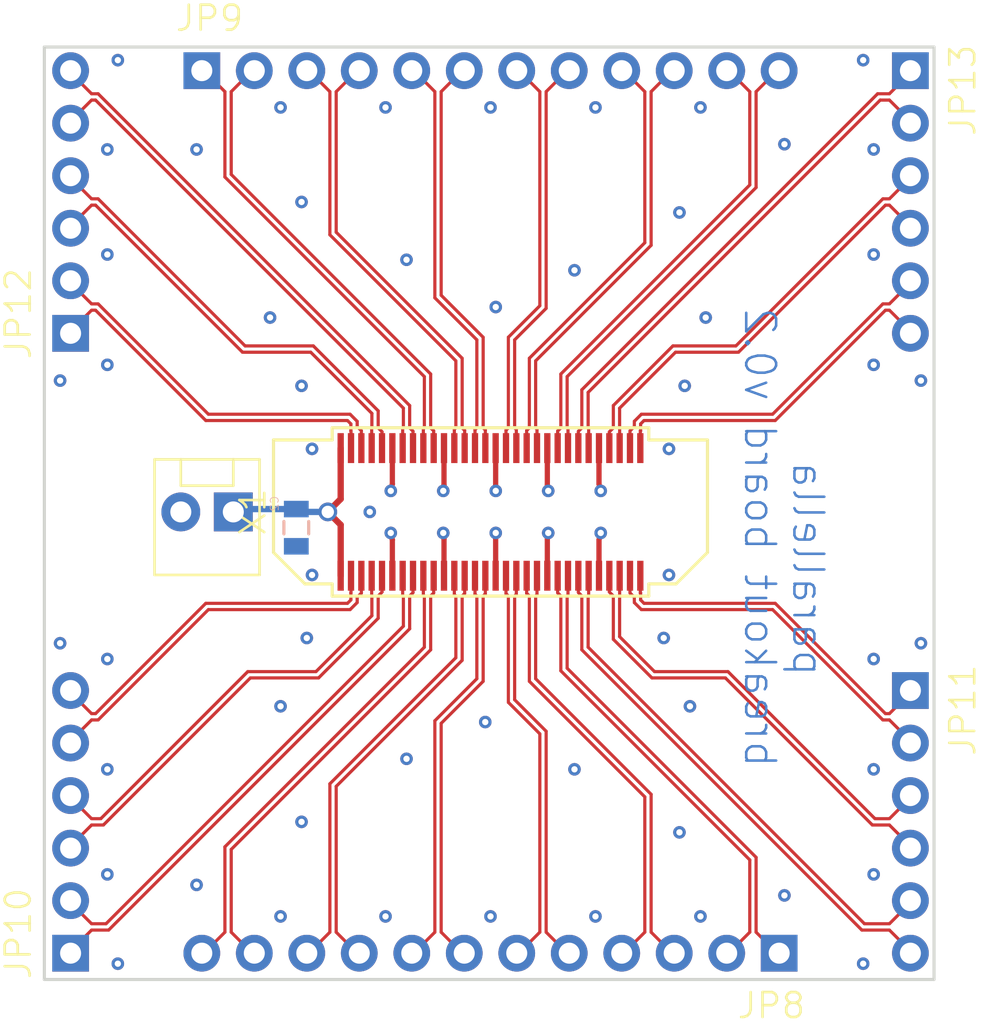
<source format=kicad_pcb>
(kicad_pcb (version 20171130) (host pcbnew "(5.1.2-1)-1")

  (general
    (thickness 1.6)
    (drawings 5)
    (tracks 464)
    (zones 0)
    (modules 13)
    (nets 51)
  )

  (page A4)
  (layers
    (0 Top signal)
    (31 Bottom signal)
    (32 B.Adhes user)
    (33 F.Adhes user)
    (34 B.Paste user)
    (35 F.Paste user)
    (36 B.SilkS user)
    (37 F.SilkS user)
    (38 B.Mask user)
    (39 F.Mask user)
    (40 Dwgs.User user)
    (41 Cmts.User user)
    (42 Eco1.User user)
    (43 Eco2.User user)
    (44 Edge.Cuts user)
    (45 Margin user)
    (46 B.CrtYd user)
    (47 F.CrtYd user)
    (48 B.Fab user)
    (49 F.Fab user)
  )

  (setup
    (last_trace_width 0.25)
    (trace_clearance 0.127)
    (zone_clearance 0.508)
    (zone_45_only no)
    (trace_min 0.1524)
    (via_size 0.8)
    (via_drill 0.4)
    (via_min_size 0.4)
    (via_min_drill 0.3)
    (uvia_size 0.3)
    (uvia_drill 0.1)
    (uvias_allowed no)
    (uvia_min_size 0.2)
    (uvia_min_drill 0.1)
    (edge_width 0.05)
    (segment_width 0.2)
    (pcb_text_width 0.3)
    (pcb_text_size 1.5 1.5)
    (mod_edge_width 0.12)
    (mod_text_size 1 1)
    (mod_text_width 0.15)
    (pad_size 1.524 1.524)
    (pad_drill 0.762)
    (pad_to_mask_clearance 0.051)
    (solder_mask_min_width 0.25)
    (aux_axis_origin 0 0)
    (visible_elements FFFFFF7F)
    (pcbplotparams
      (layerselection 0x010fc_ffffffff)
      (usegerberextensions false)
      (usegerberattributes false)
      (usegerberadvancedattributes false)
      (creategerberjobfile false)
      (excludeedgelayer true)
      (linewidth 0.100000)
      (plotframeref false)
      (viasonmask false)
      (mode 1)
      (useauxorigin false)
      (hpglpennumber 1)
      (hpglpenspeed 20)
      (hpglpendiameter 15.000000)
      (psnegative false)
      (psa4output false)
      (plotreference true)
      (plotvalue true)
      (plotinvisibletext false)
      (padsonsilk false)
      (subtractmaskfromsilk false)
      (outputformat 1)
      (mirror false)
      (drillshape 1)
      (scaleselection 1)
      (outputdirectory ""))
  )

  (net 0 "")
  (net 1 VCC)
  (net 2 GND)
  (net 3 "Net-(JP11-Pad1)")
  (net 4 "Net-(JP13-Pad6)")
  (net 5 "Net-(JP11-Pad2)")
  (net 6 "Net-(JP13-Pad5)")
  (net 7 "Net-(JP11-Pad3)")
  (net 8 "Net-(JP13-Pad4)")
  (net 9 "Net-(JP11-Pad4)")
  (net 10 "Net-(JP13-Pad3)")
  (net 11 "Net-(JP11-Pad5)")
  (net 12 "Net-(JP13-Pad2)")
  (net 13 "Net-(JP11-Pad6)")
  (net 14 "Net-(JP13-Pad1)")
  (net 15 "Net-(JP8-Pad1)")
  (net 16 "Net-(JP9-Pad12)")
  (net 17 "Net-(JP8-Pad2)")
  (net 18 "Net-(JP9-Pad11)")
  (net 19 "Net-(JP8-Pad3)")
  (net 20 "Net-(JP9-Pad10)")
  (net 21 "Net-(JP8-Pad4)")
  (net 22 "Net-(JP9-Pad9)")
  (net 23 "Net-(JP8-Pad5)")
  (net 24 "Net-(JP9-Pad8)")
  (net 25 "Net-(JP8-Pad6)")
  (net 26 "Net-(JP9-Pad7)")
  (net 27 "Net-(JP8-Pad7)")
  (net 28 "Net-(JP9-Pad6)")
  (net 29 "Net-(JP8-Pad8)")
  (net 30 "Net-(JP9-Pad5)")
  (net 31 "Net-(JP8-Pad9)")
  (net 32 "Net-(JP9-Pad4)")
  (net 33 "Net-(JP8-Pad10)")
  (net 34 "Net-(JP9-Pad3)")
  (net 35 "Net-(JP8-Pad11)")
  (net 36 "Net-(JP9-Pad2)")
  (net 37 "Net-(JP8-Pad12)")
  (net 38 "Net-(JP9-Pad1)")
  (net 39 "Net-(JP10-Pad1)")
  (net 40 "Net-(JP12-Pad6)")
  (net 41 "Net-(JP10-Pad2)")
  (net 42 "Net-(JP12-Pad5)")
  (net 43 "Net-(JP10-Pad3)")
  (net 44 "Net-(JP12-Pad4)")
  (net 45 "Net-(JP10-Pad4)")
  (net 46 "Net-(JP12-Pad3)")
  (net 47 "Net-(JP10-Pad5)")
  (net 48 "Net-(JP12-Pad2)")
  (net 49 "Net-(JP10-Pad6)")
  (net 50 "Net-(JP12-Pad1)")

  (net_class Default "This is the default net class."
    (clearance 0.127)
    (trace_width 0.25)
    (via_dia 0.8)
    (via_drill 0.4)
    (uvia_dia 0.3)
    (uvia_drill 0.1)
    (add_net GND)
    (add_net "Net-(JP10-Pad1)")
    (add_net "Net-(JP10-Pad2)")
    (add_net "Net-(JP10-Pad3)")
    (add_net "Net-(JP10-Pad4)")
    (add_net "Net-(JP10-Pad5)")
    (add_net "Net-(JP10-Pad6)")
    (add_net "Net-(JP11-Pad1)")
    (add_net "Net-(JP11-Pad2)")
    (add_net "Net-(JP11-Pad3)")
    (add_net "Net-(JP11-Pad4)")
    (add_net "Net-(JP11-Pad5)")
    (add_net "Net-(JP11-Pad6)")
    (add_net "Net-(JP12-Pad1)")
    (add_net "Net-(JP12-Pad2)")
    (add_net "Net-(JP12-Pad3)")
    (add_net "Net-(JP12-Pad4)")
    (add_net "Net-(JP12-Pad5)")
    (add_net "Net-(JP12-Pad6)")
    (add_net "Net-(JP13-Pad1)")
    (add_net "Net-(JP13-Pad2)")
    (add_net "Net-(JP13-Pad3)")
    (add_net "Net-(JP13-Pad4)")
    (add_net "Net-(JP13-Pad5)")
    (add_net "Net-(JP13-Pad6)")
    (add_net "Net-(JP8-Pad1)")
    (add_net "Net-(JP8-Pad10)")
    (add_net "Net-(JP8-Pad11)")
    (add_net "Net-(JP8-Pad12)")
    (add_net "Net-(JP8-Pad2)")
    (add_net "Net-(JP8-Pad3)")
    (add_net "Net-(JP8-Pad4)")
    (add_net "Net-(JP8-Pad5)")
    (add_net "Net-(JP8-Pad6)")
    (add_net "Net-(JP8-Pad7)")
    (add_net "Net-(JP8-Pad8)")
    (add_net "Net-(JP8-Pad9)")
    (add_net "Net-(JP9-Pad1)")
    (add_net "Net-(JP9-Pad10)")
    (add_net "Net-(JP9-Pad11)")
    (add_net "Net-(JP9-Pad12)")
    (add_net "Net-(JP9-Pad2)")
    (add_net "Net-(JP9-Pad3)")
    (add_net "Net-(JP9-Pad4)")
    (add_net "Net-(JP9-Pad5)")
    (add_net "Net-(JP9-Pad6)")
    (add_net "Net-(JP9-Pad7)")
    (add_net "Net-(JP9-Pad8)")
    (add_net "Net-(JP9-Pad9)")
    (add_net VCC)
  )

  (module "" (layer Top) (tedit 0) (tstamp 0)
    (at 130.1496 106.4387)
    (fp_text reference @HOLE0 (at 0 0) (layer F.SilkS) hide
      (effects (font (size 1.27 1.27) (thickness 0.15)))
    )
    (fp_text value "" (at 0 0) (layer F.SilkS)
      (effects (font (size 1.27 1.27) (thickness 0.15)))
    )
    (pad "" np_thru_hole circle (at 0 0) (size 2.9972 2.9972) (drill 2.9972) (layers *.Cu *.Mask))
  )

  (module "" (layer Top) (tedit 0) (tstamp 0)
    (at 130.1496 103.3907)
    (fp_text reference @HOLE1 (at 0 0) (layer F.SilkS) hide
      (effects (font (size 1.27 1.27) (thickness 0.15)))
    )
    (fp_text value "" (at 0 0) (layer F.SilkS)
      (effects (font (size 1.27 1.27) (thickness 0.15)))
    )
    (pad "" np_thru_hole circle (at 0 0) (size 2.9972 2.9972) (drill 2.9972) (layers *.Cu *.Mask))
  )

  (module "" (layer Top) (tedit 0) (tstamp 0)
    (at 166.9796 103.3907)
    (fp_text reference @HOLE2 (at 0 0) (layer F.SilkS) hide
      (effects (font (size 1.27 1.27) (thickness 0.15)))
    )
    (fp_text value "" (at 0 0) (layer F.SilkS)
      (effects (font (size 1.27 1.27) (thickness 0.15)))
    )
    (pad "" np_thru_hole circle (at 0 0) (size 2.9972 2.9972) (drill 2.9972) (layers *.Cu *.Mask))
  )

  (module "" (layer Top) (tedit 0) (tstamp 0)
    (at 166.9796 106.4387)
    (fp_text reference @HOLE3 (at 0 0) (layer F.SilkS) hide
      (effects (font (size 1.27 1.27) (thickness 0.15)))
    )
    (fp_text value "" (at 0 0) (layer F.SilkS)
      (effects (font (size 1.27 1.27) (thickness 0.15)))
    )
    (pad "" np_thru_hole circle (at 0 0) (size 2.9972 2.9972) (drill 2.9972) (layers *.Cu *.Mask))
  )

  (module para:BTH-030-XX-X-D-A (layer Top) (tedit 0) (tstamp 5D8EE02A)
    (at 148.5646 104.9401)
    (descr "<b>SAMTEC</b> BTH-030-XX-X-D-A connectors\n<br>\n<br>\n0,50 mm Basic Blade & Beam Terminal Strip")
    (path /6F919911)
    (fp_text reference X1 (at -11.5 0 90) (layer F.SilkS)
      (effects (font (size 1.2065 1.2065) (thickness 0.127)))
    )
    (fp_text value BTH-030-XX-X-D-A (at 0 0) (layer F.Fab)
      (effects (font (size 1.2065 1.2065) (thickness 0.127)))
    )
    (fp_line (start -10.5 1.96) (end -10.5 -3.48) (layer F.SilkS) (width 0.1524))
    (fp_line (start -8.98 3.48) (end -10.5 1.96) (layer F.SilkS) (width 0.1524))
    (fp_line (start -7.66 3.48) (end -8.98 3.48) (layer F.SilkS) (width 0.1524))
    (fp_line (start -7.66 4.07) (end -7.66 3.48) (layer F.SilkS) (width 0.1524))
    (fp_line (start 7.66 4.07) (end -7.66 4.07) (layer F.SilkS) (width 0.1524))
    (fp_line (start 7.66 3.48) (end 7.66 4.07) (layer F.SilkS) (width 0.1524))
    (fp_line (start 8.98 3.48) (end 7.66 3.48) (layer F.SilkS) (width 0.1524))
    (fp_line (start 10.5 1.96) (end 8.98 3.48) (layer F.SilkS) (width 0.1524))
    (fp_line (start 10.5 -3.48) (end 10.5 1.96) (layer F.SilkS) (width 0.1524))
    (fp_line (start 7.66 -3.48) (end 10.5 -3.48) (layer F.SilkS) (width 0.1524))
    (fp_line (start 7.66 -4.07) (end 7.66 -3.48) (layer F.SilkS) (width 0.1524))
    (fp_line (start -7.66 -4.07) (end 7.66 -4.07) (layer F.SilkS) (width 0.1524))
    (fp_line (start -7.66 -3.48) (end -7.66 -4.07) (layer F.SilkS) (width 0.1524))
    (fp_line (start -10.5 -3.48) (end -7.66 -3.48) (layer F.SilkS) (width 0.1524))
    (fp_line (start 7.25 -2.98) (end 7.25 -3.56) (layer F.Fab) (width 0.25))
    (fp_line (start 6.75 -2.98) (end 6.75 -3.56) (layer F.Fab) (width 0.25))
    (fp_line (start 6.25 -2.98) (end 6.25 -3.56) (layer F.Fab) (width 0.25))
    (fp_line (start 5.75 -2.98) (end 5.75 -3.56) (layer F.Fab) (width 0.25))
    (fp_line (start 5.25 -2.98) (end 5.25 -3.56) (layer F.Fab) (width 0.25))
    (fp_line (start 4.75 -2.98) (end 4.75 -3.56) (layer F.Fab) (width 0.25))
    (fp_line (start 4.25 -2.98) (end 4.25 -3.56) (layer F.Fab) (width 0.25))
    (fp_line (start 3.75 -2.98) (end 3.75 -3.56) (layer F.Fab) (width 0.25))
    (fp_line (start 3.25 -2.98) (end 3.25 -3.56) (layer F.Fab) (width 0.25))
    (fp_line (start 2.75 -2.98) (end 2.75 -3.56) (layer F.Fab) (width 0.25))
    (fp_line (start 2.25 -2.98) (end 2.25 -3.56) (layer F.Fab) (width 0.25))
    (fp_line (start 1.75 -2.98) (end 1.75 -3.56) (layer F.Fab) (width 0.25))
    (fp_line (start 1.25 -2.98) (end 1.25 -3.56) (layer F.Fab) (width 0.25))
    (fp_line (start 0.75 -2.98) (end 0.75 -3.56) (layer F.Fab) (width 0.25))
    (fp_line (start 0.25 -2.98) (end 0.25 -3.56) (layer F.Fab) (width 0.25))
    (fp_line (start -0.25 -2.98) (end -0.25 -3.56) (layer F.Fab) (width 0.25))
    (fp_line (start -0.75 -2.98) (end -0.75 -3.56) (layer F.Fab) (width 0.25))
    (fp_line (start -1.25 -2.98) (end -1.25 -3.56) (layer F.Fab) (width 0.25))
    (fp_line (start -1.75 -2.98) (end -1.75 -3.56) (layer F.Fab) (width 0.25))
    (fp_line (start -2.25 -2.98) (end -2.25 -3.56) (layer F.Fab) (width 0.25))
    (fp_line (start -2.75 -2.98) (end -2.75 -3.56) (layer F.Fab) (width 0.25))
    (fp_line (start -3.25 -2.98) (end -3.25 -3.56) (layer F.Fab) (width 0.25))
    (fp_line (start -3.75 -2.98) (end -3.75 -3.56) (layer F.Fab) (width 0.25))
    (fp_line (start -4.25 -2.98) (end -4.25 -3.56) (layer F.Fab) (width 0.25))
    (fp_line (start -4.75 -2.98) (end -4.75 -3.56) (layer F.Fab) (width 0.25))
    (fp_line (start -5.25 -2.98) (end -5.25 -3.56) (layer F.Fab) (width 0.25))
    (fp_line (start -5.75 -2.98) (end -5.75 -3.56) (layer F.Fab) (width 0.25))
    (fp_line (start -6.25 -2.98) (end -6.25 -3.56) (layer F.Fab) (width 0.25))
    (fp_line (start -6.75 -2.98) (end -6.75 -3.56) (layer F.Fab) (width 0.25))
    (fp_line (start -7.25 -2.98) (end -7.25 -3.56) (layer F.Fab) (width 0.25))
    (fp_line (start 7.25 2.98) (end 7.25 3.56) (layer F.Fab) (width 0.25))
    (fp_line (start 6.75 2.98) (end 6.75 3.56) (layer F.Fab) (width 0.25))
    (fp_line (start 6.25 2.98) (end 6.25 3.56) (layer F.Fab) (width 0.25))
    (fp_line (start 5.75 2.98) (end 5.75 3.56) (layer F.Fab) (width 0.25))
    (fp_line (start 5.25 2.98) (end 5.25 3.56) (layer F.Fab) (width 0.25))
    (fp_line (start 4.75 2.98) (end 4.75 3.56) (layer F.Fab) (width 0.25))
    (fp_line (start 4.25 2.98) (end 4.25 3.56) (layer F.Fab) (width 0.25))
    (fp_line (start 3.75 2.98) (end 3.75 3.56) (layer F.Fab) (width 0.25))
    (fp_line (start 3.25 2.98) (end 3.25 3.56) (layer F.Fab) (width 0.25))
    (fp_line (start 2.75 2.98) (end 2.75 3.56) (layer F.Fab) (width 0.25))
    (fp_line (start 2.25 2.98) (end 2.25 3.56) (layer F.Fab) (width 0.25))
    (fp_line (start 1.75 2.98) (end 1.75 3.56) (layer F.Fab) (width 0.25))
    (fp_line (start 1.25 2.98) (end 1.25 3.56) (layer F.Fab) (width 0.25))
    (fp_line (start 0.75 2.98) (end 0.75 3.56) (layer F.Fab) (width 0.25))
    (fp_line (start 0.25 2.98) (end 0.25 3.56) (layer F.Fab) (width 0.25))
    (fp_line (start -0.25 2.98) (end -0.25 3.56) (layer F.Fab) (width 0.25))
    (fp_line (start -0.75 2.98) (end -0.75 3.56) (layer F.Fab) (width 0.25))
    (fp_line (start -1.25 2.98) (end -1.25 3.56) (layer F.Fab) (width 0.25))
    (fp_line (start -1.75 2.98) (end -1.75 3.56) (layer F.Fab) (width 0.25))
    (fp_line (start -2.25 2.98) (end -2.25 3.56) (layer F.Fab) (width 0.25))
    (fp_line (start -2.75 2.98) (end -2.75 3.56) (layer F.Fab) (width 0.25))
    (fp_line (start -3.25 2.98) (end -3.25 3.56) (layer F.Fab) (width 0.25))
    (fp_line (start -3.75 2.98) (end -3.75 3.56) (layer F.Fab) (width 0.25))
    (fp_line (start -4.25 2.98) (end -4.25 3.56) (layer F.Fab) (width 0.25))
    (fp_line (start -4.75 2.98) (end -4.75 3.56) (layer F.Fab) (width 0.25))
    (fp_line (start -5.25 2.98) (end -5.25 3.56) (layer F.Fab) (width 0.25))
    (fp_line (start -5.75 2.98) (end -5.75 3.56) (layer F.Fab) (width 0.25))
    (fp_line (start -6.25 2.98) (end -6.25 3.56) (layer F.Fab) (width 0.25))
    (fp_line (start -6.75 2.98) (end -6.75 3.56) (layer F.Fab) (width 0.25))
    (fp_line (start -7.25 2.98) (end -7.25 3.56) (layer F.Fab) (width 0.25))
    (fp_line (start -10 1.46) (end -10 -2.98) (layer F.Fab) (width 0.25))
    (fp_line (start -8.48 2.98) (end -10 1.46) (layer F.Fab) (width 0.25))
    (fp_line (start -7.25 2.98) (end -8.48 2.98) (layer F.Fab) (width 0.25))
    (fp_line (start -6.75 2.98) (end -7.25 2.98) (layer F.Fab) (width 0.25))
    (fp_line (start -6.25 2.98) (end -6.75 2.98) (layer F.Fab) (width 0.25))
    (fp_line (start -5.75 2.98) (end -6.25 2.98) (layer F.Fab) (width 0.25))
    (fp_line (start -5.25 2.98) (end -5.75 2.98) (layer F.Fab) (width 0.25))
    (fp_line (start -4.75 2.98) (end -5.25 2.98) (layer F.Fab) (width 0.25))
    (fp_line (start -4.25 2.98) (end -4.75 2.98) (layer F.Fab) (width 0.25))
    (fp_line (start -3.75 2.98) (end -4.25 2.98) (layer F.Fab) (width 0.25))
    (fp_line (start -3.25 2.98) (end -3.75 2.98) (layer F.Fab) (width 0.25))
    (fp_line (start -2.75 2.98) (end -3.25 2.98) (layer F.Fab) (width 0.25))
    (fp_line (start -2.25 2.98) (end -2.75 2.98) (layer F.Fab) (width 0.25))
    (fp_line (start -1.75 2.98) (end -2.25 2.98) (layer F.Fab) (width 0.25))
    (fp_line (start -1.25 2.98) (end -1.75 2.98) (layer F.Fab) (width 0.25))
    (fp_line (start -0.75 2.98) (end -1.25 2.98) (layer F.Fab) (width 0.25))
    (fp_line (start -0.25 2.98) (end -0.75 2.98) (layer F.Fab) (width 0.25))
    (fp_line (start 0.25 2.98) (end -0.25 2.98) (layer F.Fab) (width 0.25))
    (fp_line (start 0.75 2.98) (end 0.25 2.98) (layer F.Fab) (width 0.25))
    (fp_line (start 1.25 2.98) (end 0.75 2.98) (layer F.Fab) (width 0.25))
    (fp_line (start 1.75 2.98) (end 1.25 2.98) (layer F.Fab) (width 0.25))
    (fp_line (start 2.25 2.98) (end 1.75 2.98) (layer F.Fab) (width 0.25))
    (fp_line (start 2.75 2.98) (end 2.25 2.98) (layer F.Fab) (width 0.25))
    (fp_line (start 3.25 2.98) (end 2.75 2.98) (layer F.Fab) (width 0.25))
    (fp_line (start 3.75 2.98) (end 3.25 2.98) (layer F.Fab) (width 0.25))
    (fp_line (start 4.25 2.98) (end 3.75 2.98) (layer F.Fab) (width 0.25))
    (fp_line (start 4.75 2.98) (end 4.25 2.98) (layer F.Fab) (width 0.25))
    (fp_line (start 5.25 2.98) (end 4.75 2.98) (layer F.Fab) (width 0.25))
    (fp_line (start 5.75 2.98) (end 5.25 2.98) (layer F.Fab) (width 0.25))
    (fp_line (start 6.25 2.98) (end 5.75 2.98) (layer F.Fab) (width 0.25))
    (fp_line (start 6.75 2.98) (end 6.25 2.98) (layer F.Fab) (width 0.25))
    (fp_line (start 7.25 2.98) (end 6.75 2.98) (layer F.Fab) (width 0.25))
    (fp_line (start 8.48 2.98) (end 7.25 2.98) (layer F.Fab) (width 0.25))
    (fp_line (start 10 1.46) (end 8.48 2.98) (layer F.Fab) (width 0.25))
    (fp_line (start 10 -2.98) (end 10 1.46) (layer F.Fab) (width 0.25))
    (fp_line (start 7.25 -2.98) (end 10 -2.98) (layer F.Fab) (width 0.25))
    (fp_line (start 6.75 -2.98) (end 7.25 -2.98) (layer F.Fab) (width 0.25))
    (fp_line (start 6.25 -2.98) (end 6.75 -2.98) (layer F.Fab) (width 0.25))
    (fp_line (start 5.75 -2.98) (end 6.25 -2.98) (layer F.Fab) (width 0.25))
    (fp_line (start 5.25 -2.98) (end 5.75 -2.98) (layer F.Fab) (width 0.25))
    (fp_line (start 4.75 -2.98) (end 5.25 -2.98) (layer F.Fab) (width 0.25))
    (fp_line (start 4.25 -2.98) (end 4.75 -2.98) (layer F.Fab) (width 0.25))
    (fp_line (start 3.75 -2.98) (end 4.25 -2.98) (layer F.Fab) (width 0.25))
    (fp_line (start 3.25 -2.98) (end 3.75 -2.98) (layer F.Fab) (width 0.25))
    (fp_line (start 2.75 -2.98) (end 3.25 -2.98) (layer F.Fab) (width 0.25))
    (fp_line (start 2.25 -2.98) (end 2.75 -2.98) (layer F.Fab) (width 0.25))
    (fp_line (start 1.75 -2.98) (end 2.25 -2.98) (layer F.Fab) (width 0.25))
    (fp_line (start 1.25 -2.98) (end 1.75 -2.98) (layer F.Fab) (width 0.25))
    (fp_line (start 0.75 -2.98) (end 1.25 -2.98) (layer F.Fab) (width 0.25))
    (fp_line (start 0.25 -2.98) (end 0.75 -2.98) (layer F.Fab) (width 0.25))
    (fp_line (start -0.25 -2.98) (end 0.25 -2.98) (layer F.Fab) (width 0.25))
    (fp_line (start -0.75 -2.98) (end -0.25 -2.98) (layer F.Fab) (width 0.25))
    (fp_line (start -1.25 -2.98) (end -0.75 -2.98) (layer F.Fab) (width 0.25))
    (fp_line (start -1.75 -2.98) (end -1.25 -2.98) (layer F.Fab) (width 0.25))
    (fp_line (start -2.25 -2.98) (end -1.75 -2.98) (layer F.Fab) (width 0.25))
    (fp_line (start -2.75 -2.98) (end -2.25 -2.98) (layer F.Fab) (width 0.25))
    (fp_line (start -3.25 -2.98) (end -2.75 -2.98) (layer F.Fab) (width 0.25))
    (fp_line (start -3.75 -2.98) (end -3.25 -2.98) (layer F.Fab) (width 0.25))
    (fp_line (start -4.25 -2.98) (end -3.75 -2.98) (layer F.Fab) (width 0.25))
    (fp_line (start -4.75 -2.98) (end -4.25 -2.98) (layer F.Fab) (width 0.25))
    (fp_line (start -5.25 -2.98) (end -4.75 -2.98) (layer F.Fab) (width 0.25))
    (fp_line (start -5.75 -2.98) (end -5.25 -2.98) (layer F.Fab) (width 0.25))
    (fp_line (start -6.25 -2.98) (end -5.75 -2.98) (layer F.Fab) (width 0.25))
    (fp_line (start -6.75 -2.98) (end -6.25 -2.98) (layer F.Fab) (width 0.25))
    (fp_line (start -7.25 -2.98) (end -6.75 -2.98) (layer F.Fab) (width 0.25))
    (fp_line (start -10 -2.98) (end -7.25 -2.98) (layer F.Fab) (width 0.25))
    (pad "" np_thru_hole circle (at 9.246 -2.032) (size 1.016 1.016) (drill 1.016) (layers *.Cu *.Mask))
    (pad "" np_thru_hole circle (at -9.246 -2.032) (size 1.016 1.016) (drill 1.016) (layers *.Cu *.Mask))
    (pad 60 smd rect (at 7.25 3.086 90) (size 1.448 0.305) (layers Top F.Paste F.Mask)
      (net 3 "Net-(JP11-Pad1)") (solder_mask_margin 0.0508))
    (pad 59 smd rect (at 7.25 -3.086 90) (size 1.448 0.305) (layers Top F.Paste F.Mask)
      (net 4 "Net-(JP13-Pad6)") (solder_mask_margin 0.0508))
    (pad 58 smd rect (at 6.75 3.086 90) (size 1.448 0.305) (layers Top F.Paste F.Mask)
      (net 5 "Net-(JP11-Pad2)") (solder_mask_margin 0.0508))
    (pad 57 smd rect (at 6.75 -3.086 90) (size 1.448 0.305) (layers Top F.Paste F.Mask)
      (net 6 "Net-(JP13-Pad5)") (solder_mask_margin 0.0508))
    (pad 56 smd rect (at 6.25 3.086 90) (size 1.448 0.305) (layers Top F.Paste F.Mask)
      (net 7 "Net-(JP11-Pad3)") (solder_mask_margin 0.0508))
    (pad 55 smd rect (at 6.25 -3.086 90) (size 1.448 0.305) (layers Top F.Paste F.Mask)
      (net 8 "Net-(JP13-Pad4)") (solder_mask_margin 0.0508))
    (pad 54 smd rect (at 5.75 3.086 90) (size 1.448 0.305) (layers Top F.Paste F.Mask)
      (net 9 "Net-(JP11-Pad4)") (solder_mask_margin 0.0508))
    (pad 53 smd rect (at 5.75 -3.086 90) (size 1.448 0.305) (layers Top F.Paste F.Mask)
      (net 10 "Net-(JP13-Pad3)") (solder_mask_margin 0.0508))
    (pad 52 smd rect (at 5.25 3.086 90) (size 1.448 0.305) (layers Top F.Paste F.Mask)
      (net 2 GND) (solder_mask_margin 0.0508))
    (pad 51 smd rect (at 5.25 -3.086 90) (size 1.448 0.305) (layers Top F.Paste F.Mask)
      (net 2 GND) (solder_mask_margin 0.0508))
    (pad 50 smd rect (at 4.75 3.086 90) (size 1.448 0.305) (layers Top F.Paste F.Mask)
      (net 11 "Net-(JP11-Pad5)") (solder_mask_margin 0.0508))
    (pad 49 smd rect (at 4.75 -3.086 90) (size 1.448 0.305) (layers Top F.Paste F.Mask)
      (net 12 "Net-(JP13-Pad2)") (solder_mask_margin 0.0508))
    (pad 48 smd rect (at 4.25 3.086 90) (size 1.448 0.305) (layers Top F.Paste F.Mask)
      (net 13 "Net-(JP11-Pad6)") (solder_mask_margin 0.0508))
    (pad 47 smd rect (at 4.25 -3.086 90) (size 1.448 0.305) (layers Top F.Paste F.Mask)
      (net 14 "Net-(JP13-Pad1)") (solder_mask_margin 0.0508))
    (pad 46 smd rect (at 3.75 3.086 90) (size 1.448 0.305) (layers Top F.Paste F.Mask)
      (net 15 "Net-(JP8-Pad1)") (solder_mask_margin 0.0508))
    (pad 45 smd rect (at 3.75 -3.086 90) (size 1.448 0.305) (layers Top F.Paste F.Mask)
      (net 16 "Net-(JP9-Pad12)") (solder_mask_margin 0.0508))
    (pad 44 smd rect (at 3.25 3.086 90) (size 1.448 0.305) (layers Top F.Paste F.Mask)
      (net 17 "Net-(JP8-Pad2)") (solder_mask_margin 0.0508))
    (pad 43 smd rect (at 3.25 -3.086 90) (size 1.448 0.305) (layers Top F.Paste F.Mask)
      (net 18 "Net-(JP9-Pad11)") (solder_mask_margin 0.0508))
    (pad 42 smd rect (at 2.75 3.086 90) (size 1.448 0.305) (layers Top F.Paste F.Mask)
      (net 2 GND) (solder_mask_margin 0.0508))
    (pad 41 smd rect (at 2.75 -3.086 90) (size 1.448 0.305) (layers Top F.Paste F.Mask)
      (net 2 GND) (solder_mask_margin 0.0508))
    (pad 40 smd rect (at 2.25 3.086 90) (size 1.448 0.305) (layers Top F.Paste F.Mask)
      (net 19 "Net-(JP8-Pad3)") (solder_mask_margin 0.0508))
    (pad 39 smd rect (at 2.25 -3.086 90) (size 1.448 0.305) (layers Top F.Paste F.Mask)
      (net 20 "Net-(JP9-Pad10)") (solder_mask_margin 0.0508))
    (pad 38 smd rect (at 1.75 3.086 90) (size 1.448 0.305) (layers Top F.Paste F.Mask)
      (net 21 "Net-(JP8-Pad4)") (solder_mask_margin 0.0508))
    (pad 37 smd rect (at 1.75 -3.086 90) (size 1.448 0.305) (layers Top F.Paste F.Mask)
      (net 22 "Net-(JP9-Pad9)") (solder_mask_margin 0.0508))
    (pad 36 smd rect (at 1.25 3.086 90) (size 1.448 0.305) (layers Top F.Paste F.Mask)
      (net 23 "Net-(JP8-Pad5)") (solder_mask_margin 0.0508))
    (pad 35 smd rect (at 1.25 -3.086 90) (size 1.448 0.305) (layers Top F.Paste F.Mask)
      (net 24 "Net-(JP9-Pad8)") (solder_mask_margin 0.0508))
    (pad 34 smd rect (at 0.75 3.086 90) (size 1.448 0.305) (layers Top F.Paste F.Mask)
      (net 25 "Net-(JP8-Pad6)") (solder_mask_margin 0.0508))
    (pad 33 smd rect (at 0.75 -3.086 90) (size 1.448 0.305) (layers Top F.Paste F.Mask)
      (net 26 "Net-(JP9-Pad7)") (solder_mask_margin 0.0508))
    (pad 32 smd rect (at 0.25 3.086 90) (size 1.448 0.305) (layers Top F.Paste F.Mask)
      (net 2 GND) (solder_mask_margin 0.0508))
    (pad 31 smd rect (at 0.25 -3.086 90) (size 1.448 0.305) (layers Top F.Paste F.Mask)
      (net 2 GND) (solder_mask_margin 0.0508))
    (pad 30 smd rect (at -0.25 3.086 90) (size 1.448 0.305) (layers Top F.Paste F.Mask)
      (net 27 "Net-(JP8-Pad7)") (solder_mask_margin 0.0508))
    (pad 29 smd rect (at -0.25 -3.086 90) (size 1.448 0.305) (layers Top F.Paste F.Mask)
      (net 28 "Net-(JP9-Pad6)") (solder_mask_margin 0.0508))
    (pad 28 smd rect (at -0.75 3.086 90) (size 1.448 0.305) (layers Top F.Paste F.Mask)
      (net 29 "Net-(JP8-Pad8)") (solder_mask_margin 0.0508))
    (pad 27 smd rect (at -0.75 -3.086 90) (size 1.448 0.305) (layers Top F.Paste F.Mask)
      (net 30 "Net-(JP9-Pad5)") (solder_mask_margin 0.0508))
    (pad 26 smd rect (at -1.25 3.086 90) (size 1.448 0.305) (layers Top F.Paste F.Mask)
      (net 31 "Net-(JP8-Pad9)") (solder_mask_margin 0.0508))
    (pad 25 smd rect (at -1.25 -3.086 90) (size 1.448 0.305) (layers Top F.Paste F.Mask)
      (net 32 "Net-(JP9-Pad4)") (solder_mask_margin 0.0508))
    (pad 24 smd rect (at -1.75 3.086 90) (size 1.448 0.305) (layers Top F.Paste F.Mask)
      (net 33 "Net-(JP8-Pad10)") (solder_mask_margin 0.0508))
    (pad 23 smd rect (at -1.75 -3.086 90) (size 1.448 0.305) (layers Top F.Paste F.Mask)
      (net 34 "Net-(JP9-Pad3)") (solder_mask_margin 0.0508))
    (pad 22 smd rect (at -2.25 3.086 90) (size 1.448 0.305) (layers Top F.Paste F.Mask)
      (net 2 GND) (solder_mask_margin 0.0508))
    (pad 21 smd rect (at -2.25 -3.086 90) (size 1.448 0.305) (layers Top F.Paste F.Mask)
      (net 2 GND) (solder_mask_margin 0.0508))
    (pad 20 smd rect (at -2.75 3.086 90) (size 1.448 0.305) (layers Top F.Paste F.Mask)
      (net 35 "Net-(JP8-Pad11)") (solder_mask_margin 0.0508))
    (pad 19 smd rect (at -2.75 -3.086 90) (size 1.448 0.305) (layers Top F.Paste F.Mask)
      (net 36 "Net-(JP9-Pad2)") (solder_mask_margin 0.0508))
    (pad 18 smd rect (at -3.25 3.086 90) (size 1.448 0.305) (layers Top F.Paste F.Mask)
      (net 37 "Net-(JP8-Pad12)") (solder_mask_margin 0.0508))
    (pad 17 smd rect (at -3.25 -3.086 90) (size 1.448 0.305) (layers Top F.Paste F.Mask)
      (net 38 "Net-(JP9-Pad1)") (solder_mask_margin 0.0508))
    (pad 16 smd rect (at -3.75 3.086 90) (size 1.448 0.305) (layers Top F.Paste F.Mask)
      (net 39 "Net-(JP10-Pad1)") (solder_mask_margin 0.0508))
    (pad 15 smd rect (at -3.75 -3.086 90) (size 1.448 0.305) (layers Top F.Paste F.Mask)
      (net 40 "Net-(JP12-Pad6)") (solder_mask_margin 0.0508))
    (pad 14 smd rect (at -4.25 3.086 90) (size 1.448 0.305) (layers Top F.Paste F.Mask)
      (net 41 "Net-(JP10-Pad2)") (solder_mask_margin 0.0508))
    (pad 13 smd rect (at -4.25 -3.086 90) (size 1.448 0.305) (layers Top F.Paste F.Mask)
      (net 42 "Net-(JP12-Pad5)") (solder_mask_margin 0.0508))
    (pad 12 smd rect (at -4.75 3.086 90) (size 1.448 0.305) (layers Top F.Paste F.Mask)
      (net 2 GND) (solder_mask_margin 0.0508))
    (pad 11 smd rect (at -4.75 -3.086 90) (size 1.448 0.305) (layers Top F.Paste F.Mask)
      (net 2 GND) (solder_mask_margin 0.0508))
    (pad 10 smd rect (at -5.25 3.086 90) (size 1.448 0.305) (layers Top F.Paste F.Mask)
      (net 43 "Net-(JP10-Pad3)") (solder_mask_margin 0.0508))
    (pad 9 smd rect (at -5.25 -3.086 90) (size 1.448 0.305) (layers Top F.Paste F.Mask)
      (net 44 "Net-(JP12-Pad4)") (solder_mask_margin 0.0508))
    (pad 8 smd rect (at -5.75 3.086 90) (size 1.448 0.305) (layers Top F.Paste F.Mask)
      (net 45 "Net-(JP10-Pad4)") (solder_mask_margin 0.0508))
    (pad 7 smd rect (at -5.75 -3.086 90) (size 1.448 0.305) (layers Top F.Paste F.Mask)
      (net 46 "Net-(JP12-Pad3)") (solder_mask_margin 0.0508))
    (pad 6 smd rect (at -6.25 3.086 90) (size 1.448 0.305) (layers Top F.Paste F.Mask)
      (net 47 "Net-(JP10-Pad5)") (solder_mask_margin 0.0508))
    (pad 5 smd rect (at -6.25 -3.086 90) (size 1.448 0.305) (layers Top F.Paste F.Mask)
      (net 48 "Net-(JP12-Pad2)") (solder_mask_margin 0.0508))
    (pad 4 smd rect (at -6.75 3.086 90) (size 1.448 0.305) (layers Top F.Paste F.Mask)
      (net 49 "Net-(JP10-Pad6)") (solder_mask_margin 0.0508))
    (pad 3 smd rect (at -6.75 -3.086 90) (size 1.448 0.305) (layers Top F.Paste F.Mask)
      (net 50 "Net-(JP12-Pad1)") (solder_mask_margin 0.0508))
    (pad 2 smd rect (at -7.25 3.086 90) (size 1.448 0.305) (layers Top F.Paste F.Mask)
      (net 1 VCC) (solder_mask_margin 0.0508))
    (pad 1 smd rect (at -7.25 -3.086 90) (size 1.448 0.305) (layers Top F.Paste F.Mask)
      (net 1 VCC) (solder_mask_margin 0.0508))
  )

  (module para:0805 (layer Bottom) (tedit 0) (tstamp 5D8EE0F7)
    (at 139.1666 105.7021 270)
    (path /7B1234C5)
    (fp_text reference C2 (at -0.762 0.8255 270) (layer B.SilkS)
      (effects (font (size 0.38608 0.38608) (thickness 0.032512)) (justify right bottom mirror))
    )
    (fp_text value CAP0805 (at -1.016 -1.397 270) (layer B.Fab)
      (effects (font (size 0.38608 0.38608) (thickness 0.032512)) (justify right bottom mirror))
    )
    (fp_line (start -0.3 -0.6) (end 0.3 -0.6) (layer B.SilkS) (width 0.1524))
    (fp_line (start -0.3 0.6) (end 0.3 0.6) (layer B.SilkS) (width 0.1524))
    (pad 2 smd rect (at 0.9 0 270) (size 0.8 1.2) (layers Bottom B.Paste B.Mask)
      (net 2 GND) (solder_mask_margin 0.0508))
    (pad 1 smd rect (at -0.9 0 270) (size 0.8 1.2) (layers Bottom B.Paste B.Mask)
      (net 1 VCC) (solder_mask_margin 0.0508))
  )

  (module para:MOLEX-1X2 (layer Top) (tedit 0) (tstamp 5D8EE0FE)
    (at 136.1186 104.9401 180)
    (path /F6917365)
    (fp_text reference JP7 (at 0 0 180) (layer F.SilkS) hide
      (effects (font (size 1.27 1.27) (thickness 0.15)) (justify right top))
    )
    (fp_text value M02POLAR (at 0 0 180) (layer F.SilkS) hide
      (effects (font (size 1.27 1.27) (thickness 0.15)) (justify right top))
    )
    (fp_line (start 2.54 1.27) (end 2.54 2.54) (layer F.SilkS) (width 0.127))
    (fp_line (start 0 1.27) (end 2.54 1.27) (layer F.SilkS) (width 0.127))
    (fp_line (start 0 2.54) (end 0 1.27) (layer F.SilkS) (width 0.127))
    (fp_line (start 0 2.54) (end -1.27 2.54) (layer F.SilkS) (width 0.127))
    (fp_line (start 2.54 2.54) (end 0 2.54) (layer F.SilkS) (width 0.127))
    (fp_line (start 3.81 2.54) (end 2.54 2.54) (layer F.SilkS) (width 0.127))
    (fp_line (start 3.81 -3.048) (end -1.27 -3.048) (layer F.SilkS) (width 0.127))
    (fp_line (start 3.81 -3.048) (end 3.81 2.54) (layer F.SilkS) (width 0.127))
    (fp_line (start -1.27 -3.048) (end -1.27 2.54) (layer F.SilkS) (width 0.127))
    (pad 2 thru_hole circle (at 2.54 0 180) (size 1.8796 1.8796) (drill 1.016) (layers *.Cu *.Mask)
      (net 2 GND) (solder_mask_margin 0.0508))
    (pad 1 thru_hole rect (at 0 0 180) (size 1.8796 1.8796) (drill 1.016) (layers *.Cu *.Mask)
      (net 1 VCC) (solder_mask_margin 0.0508))
  )

  (module para:1X12-CB (layer Top) (tedit 0) (tstamp 5D8EE10C)
    (at 148.5646 126.2761 180)
    (path /999C53A1)
    (fp_text reference JP8 (at -15.3162 -1.8288 180) (layer F.SilkS)
      (effects (font (size 1.2065 1.2065) (thickness 0.127)) (justify right top))
    )
    (fp_text value PINHD-1X12-CB (at -15.24 3.175 180) (layer F.Fab)
      (effects (font (size 1.2065 1.2065) (thickness 0.1016)) (justify right top))
    )
    (fp_poly (pts (xy 13.716 0.254) (xy 14.224 0.254) (xy 14.224 -0.254) (xy 13.716 -0.254)) (layer F.Fab) (width 0))
    (fp_poly (pts (xy -14.224 0.254) (xy -13.716 0.254) (xy -13.716 -0.254) (xy -14.224 -0.254)) (layer F.Fab) (width 0))
    (fp_poly (pts (xy -11.684 0.254) (xy -11.176 0.254) (xy -11.176 -0.254) (xy -11.684 -0.254)) (layer F.Fab) (width 0))
    (fp_poly (pts (xy -9.144 0.254) (xy -8.636 0.254) (xy -8.636 -0.254) (xy -9.144 -0.254)) (layer F.Fab) (width 0))
    (fp_poly (pts (xy -6.604 0.254) (xy -6.096 0.254) (xy -6.096 -0.254) (xy -6.604 -0.254)) (layer F.Fab) (width 0))
    (fp_poly (pts (xy -4.064 0.254) (xy -3.556 0.254) (xy -3.556 -0.254) (xy -4.064 -0.254)) (layer F.Fab) (width 0))
    (fp_poly (pts (xy -1.524 0.254) (xy -1.016 0.254) (xy -1.016 -0.254) (xy -1.524 -0.254)) (layer F.Fab) (width 0))
    (fp_poly (pts (xy 1.016 0.254) (xy 1.524 0.254) (xy 1.524 -0.254) (xy 1.016 -0.254)) (layer F.Fab) (width 0))
    (fp_poly (pts (xy 3.556 0.254) (xy 4.064 0.254) (xy 4.064 -0.254) (xy 3.556 -0.254)) (layer F.Fab) (width 0))
    (fp_poly (pts (xy 6.096 0.254) (xy 6.604 0.254) (xy 6.604 -0.254) (xy 6.096 -0.254)) (layer F.Fab) (width 0))
    (fp_poly (pts (xy 8.636 0.254) (xy 9.144 0.254) (xy 9.144 -0.254) (xy 8.636 -0.254)) (layer F.Fab) (width 0))
    (fp_poly (pts (xy 11.176 0.254) (xy 11.684 0.254) (xy 11.684 -0.254) (xy 11.176 -0.254)) (layer F.Fab) (width 0))
    (pad 12 thru_hole circle (at 13.97 0 270) (size 1.778 1.778) (drill 1.016) (layers *.Cu *.Mask)
      (net 37 "Net-(JP8-Pad12)") (solder_mask_margin 0.0508))
    (pad 11 thru_hole circle (at 11.43 0 270) (size 1.778 1.778) (drill 1.016) (layers *.Cu *.Mask)
      (net 35 "Net-(JP8-Pad11)") (solder_mask_margin 0.0508))
    (pad 10 thru_hole circle (at 8.89 0 270) (size 1.778 1.778) (drill 1.016) (layers *.Cu *.Mask)
      (net 33 "Net-(JP8-Pad10)") (solder_mask_margin 0.0508))
    (pad 9 thru_hole circle (at 6.35 0 270) (size 1.778 1.778) (drill 1.016) (layers *.Cu *.Mask)
      (net 31 "Net-(JP8-Pad9)") (solder_mask_margin 0.0508))
    (pad 8 thru_hole circle (at 3.81 0 270) (size 1.778 1.778) (drill 1.016) (layers *.Cu *.Mask)
      (net 29 "Net-(JP8-Pad8)") (solder_mask_margin 0.0508))
    (pad 7 thru_hole circle (at 1.27 0 270) (size 1.778 1.778) (drill 1.016) (layers *.Cu *.Mask)
      (net 27 "Net-(JP8-Pad7)") (solder_mask_margin 0.0508))
    (pad 6 thru_hole circle (at -1.27 0 270) (size 1.778 1.778) (drill 1.016) (layers *.Cu *.Mask)
      (net 25 "Net-(JP8-Pad6)") (solder_mask_margin 0.0508))
    (pad 5 thru_hole circle (at -3.81 0 270) (size 1.778 1.778) (drill 1.016) (layers *.Cu *.Mask)
      (net 23 "Net-(JP8-Pad5)") (solder_mask_margin 0.0508))
    (pad 4 thru_hole circle (at -6.35 0 270) (size 1.778 1.778) (drill 1.016) (layers *.Cu *.Mask)
      (net 21 "Net-(JP8-Pad4)") (solder_mask_margin 0.0508))
    (pad 3 thru_hole circle (at -8.89 0 270) (size 1.778 1.778) (drill 1.016) (layers *.Cu *.Mask)
      (net 19 "Net-(JP8-Pad3)") (solder_mask_margin 0.0508))
    (pad 2 thru_hole circle (at -11.43 0 270) (size 1.778 1.778) (drill 1.016) (layers *.Cu *.Mask)
      (net 17 "Net-(JP8-Pad2)") (solder_mask_margin 0.0508))
    (pad 1 thru_hole rect (at -13.97 0 270) (size 1.778 1.778) (drill 1.016) (layers *.Cu *.Mask)
      (net 15 "Net-(JP8-Pad1)") (solder_mask_margin 0.0508))
  )

  (module para:1X12-CB (layer Top) (tedit 0) (tstamp 5D8EE127)
    (at 148.5646 83.6041)
    (path /F1E971BA)
    (fp_text reference JP9 (at -15.3162 -1.8288) (layer F.SilkS)
      (effects (font (size 1.2065 1.2065) (thickness 0.127)) (justify left bottom))
    )
    (fp_text value PINHD-1X12-CB (at -15.24 3.175) (layer F.Fab)
      (effects (font (size 1.2065 1.2065) (thickness 0.1016)) (justify left bottom))
    )
    (fp_poly (pts (xy 13.716 0.254) (xy 14.224 0.254) (xy 14.224 -0.254) (xy 13.716 -0.254)) (layer F.Fab) (width 0))
    (fp_poly (pts (xy -14.224 0.254) (xy -13.716 0.254) (xy -13.716 -0.254) (xy -14.224 -0.254)) (layer F.Fab) (width 0))
    (fp_poly (pts (xy -11.684 0.254) (xy -11.176 0.254) (xy -11.176 -0.254) (xy -11.684 -0.254)) (layer F.Fab) (width 0))
    (fp_poly (pts (xy -9.144 0.254) (xy -8.636 0.254) (xy -8.636 -0.254) (xy -9.144 -0.254)) (layer F.Fab) (width 0))
    (fp_poly (pts (xy -6.604 0.254) (xy -6.096 0.254) (xy -6.096 -0.254) (xy -6.604 -0.254)) (layer F.Fab) (width 0))
    (fp_poly (pts (xy -4.064 0.254) (xy -3.556 0.254) (xy -3.556 -0.254) (xy -4.064 -0.254)) (layer F.Fab) (width 0))
    (fp_poly (pts (xy -1.524 0.254) (xy -1.016 0.254) (xy -1.016 -0.254) (xy -1.524 -0.254)) (layer F.Fab) (width 0))
    (fp_poly (pts (xy 1.016 0.254) (xy 1.524 0.254) (xy 1.524 -0.254) (xy 1.016 -0.254)) (layer F.Fab) (width 0))
    (fp_poly (pts (xy 3.556 0.254) (xy 4.064 0.254) (xy 4.064 -0.254) (xy 3.556 -0.254)) (layer F.Fab) (width 0))
    (fp_poly (pts (xy 6.096 0.254) (xy 6.604 0.254) (xy 6.604 -0.254) (xy 6.096 -0.254)) (layer F.Fab) (width 0))
    (fp_poly (pts (xy 8.636 0.254) (xy 9.144 0.254) (xy 9.144 -0.254) (xy 8.636 -0.254)) (layer F.Fab) (width 0))
    (fp_poly (pts (xy 11.176 0.254) (xy 11.684 0.254) (xy 11.684 -0.254) (xy 11.176 -0.254)) (layer F.Fab) (width 0))
    (pad 12 thru_hole circle (at 13.97 0 90) (size 1.778 1.778) (drill 1.016) (layers *.Cu *.Mask)
      (net 16 "Net-(JP9-Pad12)") (solder_mask_margin 0.0508))
    (pad 11 thru_hole circle (at 11.43 0 90) (size 1.778 1.778) (drill 1.016) (layers *.Cu *.Mask)
      (net 18 "Net-(JP9-Pad11)") (solder_mask_margin 0.0508))
    (pad 10 thru_hole circle (at 8.89 0 90) (size 1.778 1.778) (drill 1.016) (layers *.Cu *.Mask)
      (net 20 "Net-(JP9-Pad10)") (solder_mask_margin 0.0508))
    (pad 9 thru_hole circle (at 6.35 0 90) (size 1.778 1.778) (drill 1.016) (layers *.Cu *.Mask)
      (net 22 "Net-(JP9-Pad9)") (solder_mask_margin 0.0508))
    (pad 8 thru_hole circle (at 3.81 0 90) (size 1.778 1.778) (drill 1.016) (layers *.Cu *.Mask)
      (net 24 "Net-(JP9-Pad8)") (solder_mask_margin 0.0508))
    (pad 7 thru_hole circle (at 1.27 0 90) (size 1.778 1.778) (drill 1.016) (layers *.Cu *.Mask)
      (net 26 "Net-(JP9-Pad7)") (solder_mask_margin 0.0508))
    (pad 6 thru_hole circle (at -1.27 0 90) (size 1.778 1.778) (drill 1.016) (layers *.Cu *.Mask)
      (net 28 "Net-(JP9-Pad6)") (solder_mask_margin 0.0508))
    (pad 5 thru_hole circle (at -3.81 0 90) (size 1.778 1.778) (drill 1.016) (layers *.Cu *.Mask)
      (net 30 "Net-(JP9-Pad5)") (solder_mask_margin 0.0508))
    (pad 4 thru_hole circle (at -6.35 0 90) (size 1.778 1.778) (drill 1.016) (layers *.Cu *.Mask)
      (net 32 "Net-(JP9-Pad4)") (solder_mask_margin 0.0508))
    (pad 3 thru_hole circle (at -8.89 0 90) (size 1.778 1.778) (drill 1.016) (layers *.Cu *.Mask)
      (net 34 "Net-(JP9-Pad3)") (solder_mask_margin 0.0508))
    (pad 2 thru_hole circle (at -11.43 0 90) (size 1.778 1.778) (drill 1.016) (layers *.Cu *.Mask)
      (net 36 "Net-(JP9-Pad2)") (solder_mask_margin 0.0508))
    (pad 1 thru_hole rect (at -13.97 0 90) (size 1.778 1.778) (drill 1.016) (layers *.Cu *.Mask)
      (net 38 "Net-(JP9-Pad1)") (solder_mask_margin 0.0508))
  )

  (module para:1X06-CLEANBIG (layer Top) (tedit 0) (tstamp 5D8EE142)
    (at 128.2446 119.9261 90)
    (path /94ED1FDF)
    (fp_text reference JP10 (at -7.6962 -1.8288 90) (layer F.SilkS)
      (effects (font (size 1.2065 1.2065) (thickness 0.127)) (justify left bottom))
    )
    (fp_text value PINHD-1X6CB (at -7.62 3.175 90) (layer F.Fab)
      (effects (font (size 1.2065 1.2065) (thickness 0.1016)) (justify left bottom))
    )
    (fp_poly (pts (xy 6.096 0.254) (xy 6.604 0.254) (xy 6.604 -0.254) (xy 6.096 -0.254)) (layer F.Fab) (width 0))
    (fp_poly (pts (xy -6.604 0.254) (xy -6.096 0.254) (xy -6.096 -0.254) (xy -6.604 -0.254)) (layer F.Fab) (width 0))
    (fp_poly (pts (xy -4.064 0.254) (xy -3.556 0.254) (xy -3.556 -0.254) (xy -4.064 -0.254)) (layer F.Fab) (width 0))
    (fp_poly (pts (xy -1.524 0.254) (xy -1.016 0.254) (xy -1.016 -0.254) (xy -1.524 -0.254)) (layer F.Fab) (width 0))
    (fp_poly (pts (xy 1.016 0.254) (xy 1.524 0.254) (xy 1.524 -0.254) (xy 1.016 -0.254)) (layer F.Fab) (width 0))
    (fp_poly (pts (xy 3.556 0.254) (xy 4.064 0.254) (xy 4.064 -0.254) (xy 3.556 -0.254)) (layer F.Fab) (width 0))
    (pad 6 thru_hole circle (at 6.35 0 180) (size 1.778 1.778) (drill 1.016) (layers *.Cu *.Mask)
      (net 49 "Net-(JP10-Pad6)") (solder_mask_margin 0.0508))
    (pad 5 thru_hole circle (at 3.81 0 180) (size 1.778 1.778) (drill 1.016) (layers *.Cu *.Mask)
      (net 47 "Net-(JP10-Pad5)") (solder_mask_margin 0.0508))
    (pad 4 thru_hole circle (at 1.27 0 180) (size 1.778 1.778) (drill 1.016) (layers *.Cu *.Mask)
      (net 45 "Net-(JP10-Pad4)") (solder_mask_margin 0.0508))
    (pad 3 thru_hole circle (at -1.27 0 180) (size 1.778 1.778) (drill 1.016) (layers *.Cu *.Mask)
      (net 43 "Net-(JP10-Pad3)") (solder_mask_margin 0.0508))
    (pad 2 thru_hole circle (at -3.81 0 180) (size 1.778 1.778) (drill 1.016) (layers *.Cu *.Mask)
      (net 41 "Net-(JP10-Pad2)") (solder_mask_margin 0.0508))
    (pad 1 thru_hole rect (at -6.35 0 180) (size 1.778 1.778) (drill 1.016) (layers *.Cu *.Mask)
      (net 39 "Net-(JP10-Pad1)") (solder_mask_margin 0.0508))
  )

  (module para:1X06-CLEANBIG (layer Top) (tedit 0) (tstamp 5D8EE151)
    (at 168.8846 119.9261 270)
    (path /63ACC4D5)
    (fp_text reference JP11 (at -7.6962 -1.8288 270) (layer F.SilkS)
      (effects (font (size 1.2065 1.2065) (thickness 0.127)) (justify right top))
    )
    (fp_text value PINHD-1X6CB (at -7.62 3.175 270) (layer F.Fab)
      (effects (font (size 1.2065 1.2065) (thickness 0.1016)) (justify right top))
    )
    (fp_poly (pts (xy 6.096 0.254) (xy 6.604 0.254) (xy 6.604 -0.254) (xy 6.096 -0.254)) (layer F.Fab) (width 0))
    (fp_poly (pts (xy -6.604 0.254) (xy -6.096 0.254) (xy -6.096 -0.254) (xy -6.604 -0.254)) (layer F.Fab) (width 0))
    (fp_poly (pts (xy -4.064 0.254) (xy -3.556 0.254) (xy -3.556 -0.254) (xy -4.064 -0.254)) (layer F.Fab) (width 0))
    (fp_poly (pts (xy -1.524 0.254) (xy -1.016 0.254) (xy -1.016 -0.254) (xy -1.524 -0.254)) (layer F.Fab) (width 0))
    (fp_poly (pts (xy 1.016 0.254) (xy 1.524 0.254) (xy 1.524 -0.254) (xy 1.016 -0.254)) (layer F.Fab) (width 0))
    (fp_poly (pts (xy 3.556 0.254) (xy 4.064 0.254) (xy 4.064 -0.254) (xy 3.556 -0.254)) (layer F.Fab) (width 0))
    (pad 6 thru_hole circle (at 6.35 0) (size 1.778 1.778) (drill 1.016) (layers *.Cu *.Mask)
      (net 13 "Net-(JP11-Pad6)") (solder_mask_margin 0.0508))
    (pad 5 thru_hole circle (at 3.81 0) (size 1.778 1.778) (drill 1.016) (layers *.Cu *.Mask)
      (net 11 "Net-(JP11-Pad5)") (solder_mask_margin 0.0508))
    (pad 4 thru_hole circle (at 1.27 0) (size 1.778 1.778) (drill 1.016) (layers *.Cu *.Mask)
      (net 9 "Net-(JP11-Pad4)") (solder_mask_margin 0.0508))
    (pad 3 thru_hole circle (at -1.27 0) (size 1.778 1.778) (drill 1.016) (layers *.Cu *.Mask)
      (net 7 "Net-(JP11-Pad3)") (solder_mask_margin 0.0508))
    (pad 2 thru_hole circle (at -3.81 0) (size 1.778 1.778) (drill 1.016) (layers *.Cu *.Mask)
      (net 5 "Net-(JP11-Pad2)") (solder_mask_margin 0.0508))
    (pad 1 thru_hole rect (at -6.35 0) (size 1.778 1.778) (drill 1.016) (layers *.Cu *.Mask)
      (net 3 "Net-(JP11-Pad1)") (solder_mask_margin 0.0508))
  )

  (module para:1X06-CLEANBIG (layer Top) (tedit 0) (tstamp 5D8EE160)
    (at 128.2446 89.9541 90)
    (path /AF631CC4)
    (fp_text reference JP12 (at -7.6962 -1.8288 90) (layer F.SilkS)
      (effects (font (size 1.2065 1.2065) (thickness 0.127)) (justify left bottom))
    )
    (fp_text value PINHD-1X6CB (at -7.62 3.175 90) (layer F.Fab)
      (effects (font (size 1.2065 1.2065) (thickness 0.1016)) (justify left bottom))
    )
    (fp_poly (pts (xy 6.096 0.254) (xy 6.604 0.254) (xy 6.604 -0.254) (xy 6.096 -0.254)) (layer F.Fab) (width 0))
    (fp_poly (pts (xy -6.604 0.254) (xy -6.096 0.254) (xy -6.096 -0.254) (xy -6.604 -0.254)) (layer F.Fab) (width 0))
    (fp_poly (pts (xy -4.064 0.254) (xy -3.556 0.254) (xy -3.556 -0.254) (xy -4.064 -0.254)) (layer F.Fab) (width 0))
    (fp_poly (pts (xy -1.524 0.254) (xy -1.016 0.254) (xy -1.016 -0.254) (xy -1.524 -0.254)) (layer F.Fab) (width 0))
    (fp_poly (pts (xy 1.016 0.254) (xy 1.524 0.254) (xy 1.524 -0.254) (xy 1.016 -0.254)) (layer F.Fab) (width 0))
    (fp_poly (pts (xy 3.556 0.254) (xy 4.064 0.254) (xy 4.064 -0.254) (xy 3.556 -0.254)) (layer F.Fab) (width 0))
    (pad 6 thru_hole circle (at 6.35 0 180) (size 1.778 1.778) (drill 1.016) (layers *.Cu *.Mask)
      (net 40 "Net-(JP12-Pad6)") (solder_mask_margin 0.0508))
    (pad 5 thru_hole circle (at 3.81 0 180) (size 1.778 1.778) (drill 1.016) (layers *.Cu *.Mask)
      (net 42 "Net-(JP12-Pad5)") (solder_mask_margin 0.0508))
    (pad 4 thru_hole circle (at 1.27 0 180) (size 1.778 1.778) (drill 1.016) (layers *.Cu *.Mask)
      (net 44 "Net-(JP12-Pad4)") (solder_mask_margin 0.0508))
    (pad 3 thru_hole circle (at -1.27 0 180) (size 1.778 1.778) (drill 1.016) (layers *.Cu *.Mask)
      (net 46 "Net-(JP12-Pad3)") (solder_mask_margin 0.0508))
    (pad 2 thru_hole circle (at -3.81 0 180) (size 1.778 1.778) (drill 1.016) (layers *.Cu *.Mask)
      (net 48 "Net-(JP12-Pad2)") (solder_mask_margin 0.0508))
    (pad 1 thru_hole rect (at -6.35 0 180) (size 1.778 1.778) (drill 1.016) (layers *.Cu *.Mask)
      (net 50 "Net-(JP12-Pad1)") (solder_mask_margin 0.0508))
  )

  (module para:1X06-CLEANBIG (layer Top) (tedit 0) (tstamp 5D8EE16F)
    (at 168.8846 89.9541 270)
    (path /C78E7585)
    (fp_text reference JP13 (at -7.6962 -1.8288 270) (layer F.SilkS)
      (effects (font (size 1.2065 1.2065) (thickness 0.127)) (justify right top))
    )
    (fp_text value PINHD-1X6CB (at -7.62 3.175 270) (layer F.Fab)
      (effects (font (size 1.2065 1.2065) (thickness 0.1016)) (justify right top))
    )
    (fp_poly (pts (xy 6.096 0.254) (xy 6.604 0.254) (xy 6.604 -0.254) (xy 6.096 -0.254)) (layer F.Fab) (width 0))
    (fp_poly (pts (xy -6.604 0.254) (xy -6.096 0.254) (xy -6.096 -0.254) (xy -6.604 -0.254)) (layer F.Fab) (width 0))
    (fp_poly (pts (xy -4.064 0.254) (xy -3.556 0.254) (xy -3.556 -0.254) (xy -4.064 -0.254)) (layer F.Fab) (width 0))
    (fp_poly (pts (xy -1.524 0.254) (xy -1.016 0.254) (xy -1.016 -0.254) (xy -1.524 -0.254)) (layer F.Fab) (width 0))
    (fp_poly (pts (xy 1.016 0.254) (xy 1.524 0.254) (xy 1.524 -0.254) (xy 1.016 -0.254)) (layer F.Fab) (width 0))
    (fp_poly (pts (xy 3.556 0.254) (xy 4.064 0.254) (xy 4.064 -0.254) (xy 3.556 -0.254)) (layer F.Fab) (width 0))
    (pad 6 thru_hole circle (at 6.35 0) (size 1.778 1.778) (drill 1.016) (layers *.Cu *.Mask)
      (net 4 "Net-(JP13-Pad6)") (solder_mask_margin 0.0508))
    (pad 5 thru_hole circle (at 3.81 0) (size 1.778 1.778) (drill 1.016) (layers *.Cu *.Mask)
      (net 6 "Net-(JP13-Pad5)") (solder_mask_margin 0.0508))
    (pad 4 thru_hole circle (at 1.27 0) (size 1.778 1.778) (drill 1.016) (layers *.Cu *.Mask)
      (net 8 "Net-(JP13-Pad4)") (solder_mask_margin 0.0508))
    (pad 3 thru_hole circle (at -1.27 0) (size 1.778 1.778) (drill 1.016) (layers *.Cu *.Mask)
      (net 10 "Net-(JP13-Pad3)") (solder_mask_margin 0.0508))
    (pad 2 thru_hole circle (at -3.81 0) (size 1.778 1.778) (drill 1.016) (layers *.Cu *.Mask)
      (net 12 "Net-(JP13-Pad2)") (solder_mask_margin 0.0508))
    (pad 1 thru_hole rect (at -6.35 0) (size 1.778 1.778) (drill 1.016) (layers *.Cu *.Mask)
      (net 14 "Net-(JP13-Pad1)") (solder_mask_margin 0.0508))
  )

  (gr_line (start 126.9746 127.5461) (end 170.0276 127.5461) (layer Edge.Cuts) (width 0.15) (tstamp 1220E40))
  (gr_line (start 170.0276 127.5461) (end 170.0276 82.4611) (layer Edge.Cuts) (width 0.15) (tstamp 1220F00))
  (gr_line (start 170.0276 82.4611) (end 126.9746 82.4611) (layer Edge.Cuts) (width 0.15) (tstamp 1220FC0))
  (gr_line (start 126.9746 82.4611) (end 126.9746 127.5461) (layer Edge.Cuts) (width 0.15) (tstamp 1221080))
  (gr_text "    parallella\nbreakout board v0.2" (at 160.7566 117.3861 -90) (layer Bottom) (tstamp 1221440)
    (effects (font (size 1.4478 1.4478) (thickness 0.12192)) (justify left bottom mirror))
  )

  (segment (start 141.3146 108.0261) (end 141.3146 105.5641) (width 0.3048) (layer Top) (net 1) (tstamp 120FC00))
  (segment (start 141.3146 105.5641) (end 140.6906 104.9401) (width 0.3048) (layer Top) (net 1) (tstamp 120FCC0))
  (via (at 140.6906 104.9401) (size 0.9048) (drill 0.6) (layers Top Bottom) (net 1) (tstamp 120FD80))
  (segment (start 140.6906 104.9401) (end 139.3046 104.9401) (width 0.3048) (layer Bottom) (net 1) (tstamp 120FE40))
  (segment (start 139.3046 104.9401) (end 139.1666 104.8021) (width 0.3048) (layer Bottom) (net 1) (tstamp 120FF00))
  (segment (start 141.3146 101.8541) (end 141.3146 104.3161) (width 0.3048) (layer Top) (net 1) (tstamp 1208000))
  (segment (start 141.3146 104.3161) (end 140.6906 104.9401) (width 0.3048) (layer Top) (net 1) (tstamp 12080C0))
  (segment (start 139.1666 104.8021) (end 136.2566 104.8021) (width 0.3048) (layer Bottom) (net 1) (tstamp 1208180))
  (segment (start 136.2566 104.8021) (end 136.1186 104.9401) (width 0.3048) (layer Bottom) (net 1) (tstamp 1208240))
  (segment (start 143.8146 101.8541) (end 143.8146 103.5941) (width 0.254) (layer Top) (net 2) (tstamp 1209440))
  (segment (start 143.8146 103.5941) (end 143.7386 103.9241) (width 0.254) (layer Top) (net 2) (tstamp 1209500))
  (segment (start 146.3146 101.8541) (end 146.3146 103.6341) (width 0.254) (layer Top) (net 2) (tstamp 12095C0))
  (segment (start 146.3146 103.6341) (end 146.2786 103.9241) (width 0.254) (layer Top) (net 2) (tstamp 1209680))
  (segment (start 148.8146 101.8541) (end 148.8146 103.6661) (width 0.254) (layer Top) (net 2) (tstamp 1209740))
  (segment (start 148.8146 103.6661) (end 148.8186 103.9241) (width 0.254) (layer Top) (net 2) (tstamp 1209800))
  (segment (start 151.3146 101.8541) (end 151.3146 103.6261) (width 0.254) (layer Top) (net 2) (tstamp 12098C0))
  (segment (start 151.3146 103.6261) (end 151.3586 103.9241) (width 0.254) (layer Top) (net 2) (tstamp 1209980))
  (segment (start 153.8146 101.8541) (end 153.8146 103.5861) (width 0.254) (layer Top) (net 2) (tstamp 1209A40))
  (segment (start 153.8146 103.5861) (end 153.8986 103.9241) (width 0.254) (layer Top) (net 2) (tstamp 1209B00))
  (segment (start 153.8146 108.0261) (end 153.8146 106.2941) (width 0.254) (layer Top) (net 2) (tstamp 1209BC0))
  (segment (start 153.8146 106.2941) (end 153.8986 105.9561) (width 0.254) (layer Top) (net 2) (tstamp 1209C80))
  (segment (start 151.3146 108.0261) (end 151.3146 106.2541) (width 0.254) (layer Top) (net 2) (tstamp 1209D40))
  (segment (start 151.3146 106.2541) (end 151.3586 105.9561) (width 0.254) (layer Top) (net 2) (tstamp 1209E00))
  (segment (start 148.8146 108.0261) (end 148.8146 106.2141) (width 0.254) (layer Top) (net 2) (tstamp 1209EC0))
  (segment (start 148.8146 106.2141) (end 148.8186 105.9561) (width 0.254) (layer Top) (net 2) (tstamp 1209F80))
  (segment (start 146.3146 108.0261) (end 146.3146 106.2461) (width 0.254) (layer Top) (net 2) (tstamp 120A040))
  (segment (start 146.3146 106.2461) (end 146.2786 105.9561) (width 0.254) (layer Top) (net 2) (tstamp 120A100))
  (segment (start 143.8146 108.0261) (end 143.8146 106.2861) (width 0.254) (layer Top) (net 2) (tstamp 120A1C0))
  (segment (start 143.8146 106.2861) (end 143.7386 105.9561) (width 0.254) (layer Top) (net 2) (tstamp 120A280))
  (via (at 143.7386 103.9241) (size 0.6096) (drill 0.3048) (layers Top Bottom) (net 2) (tstamp 120A340))
  (via (at 146.2786 103.9241) (size 0.6096) (drill 0.3048) (layers Top Bottom) (net 2) (tstamp 120A400))
  (via (at 148.8186 103.9241) (size 0.6096) (drill 0.3048) (layers Top Bottom) (net 2) (tstamp 120A4C0))
  (via (at 151.3586 103.9241) (size 0.6096) (drill 0.3048) (layers Top Bottom) (net 2) (tstamp 120A580))
  (via (at 153.8986 103.9241) (size 0.6096) (drill 0.3048) (layers Top Bottom) (net 2) (tstamp 120A640))
  (via (at 153.8986 105.9561) (size 0.6096) (drill 0.3048) (layers Top Bottom) (net 2) (tstamp 120A700))
  (via (at 151.3586 105.9561) (size 0.6096) (drill 0.3048) (layers Top Bottom) (net 2) (tstamp 120A7C0))
  (via (at 148.8186 105.9561) (size 0.6096) (drill 0.3048) (layers Top Bottom) (net 2) (tstamp 120A880))
  (via (at 146.2786 105.9561) (size 0.6096) (drill 0.3048) (layers Top Bottom) (net 2) (tstamp 120A940))
  (via (at 143.7386 105.9561) (size 0.6096) (drill 0.3048) (layers Top Bottom) (net 2) (tstamp 120AA00))
  (via (at 130.0226 92.4941) (size 0.6096) (drill 0.3048) (layers Top Bottom) (net 2) (tstamp 120AAC0))
  (via (at 139.4206 98.8441) (size 0.6096) (drill 0.3048) (layers Top Bottom) (net 2) (tstamp 120AB80))
  (via (at 130.0226 87.4141) (size 0.6096) (drill 0.3048) (layers Top Bottom) (net 2) (tstamp 120AC40))
  (via (at 137.8966 95.5421) (size 0.6096) (drill 0.3048) (layers Top Bottom) (net 2) (tstamp 120AD00))
  (via (at 130.5306 83.0961) (size 0.6096) (drill 0.3048) (layers Top Bottom) (net 2) (tstamp 120ADC0))
  (via (at 138.4046 85.3821) (size 0.6096) (drill 0.3048) (layers Top Bottom) (net 2) (tstamp 120AE80))
  (via (at 143.4846 85.3821) (size 0.6096) (drill 0.3048) (layers Top Bottom) (net 2) (tstamp 120AF40))
  (via (at 148.5646 85.3821) (size 0.6096) (drill 0.3048) (layers Top Bottom) (net 2) (tstamp 120B000))
  (via (at 153.6446 85.3821) (size 0.6096) (drill 0.3048) (layers Top Bottom) (net 2) (tstamp 120B0C0))
  (via (at 158.7246 85.3821) (size 0.6096) (drill 0.3048) (layers Top Bottom) (net 2) (tstamp 120B180))
  (via (at 166.5986 83.0961) (size 0.6096) (drill 0.3048) (layers Top Bottom) (net 2) (tstamp 120B240))
  (via (at 167.1066 87.4141) (size 0.6096) (drill 0.3048) (layers Top Bottom) (net 2) (tstamp 120B300))
  (via (at 167.1066 92.4941) (size 0.6096) (drill 0.3048) (layers Top Bottom) (net 2) (tstamp 120B3C0))
  (via (at 139.4206 89.9541) (size 0.6096) (drill 0.3048) (layers Top Bottom) (net 2) (tstamp 120B480))
  (via (at 144.5006 92.7481) (size 0.6096) (drill 0.3048) (layers Top Bottom) (net 2) (tstamp 120B540))
  (via (at 148.8186 95.0341) (size 0.6096) (drill 0.3048) (layers Top Bottom) (net 2) (tstamp 120B600))
  (via (at 152.6286 93.2561) (size 0.6096) (drill 0.3048) (layers Top Bottom) (net 2) (tstamp 120B6C0))
  (via (at 157.7086 90.4621) (size 0.6096) (drill 0.3048) (layers Top Bottom) (net 2) (tstamp 120B780))
  (via (at 162.7886 87.1601) (size 0.6096) (drill 0.3048) (layers Top Bottom) (net 2) (tstamp 120B840))
  (via (at 134.3406 87.4141) (size 0.6096) (drill 0.3048) (layers Top Bottom) (net 2) (tstamp 120B900))
  (via (at 158.9786 95.5421) (size 0.6096) (drill 0.3048) (layers Top Bottom) (net 2) (tstamp 120B9C0))
  (via (at 157.9626 98.8441) (size 0.6096) (drill 0.3048) (layers Top Bottom) (net 2) (tstamp 120BA80))
  (via (at 130.0226 112.0521) (size 0.6096) (drill 0.3048) (layers Top Bottom) (net 2) (tstamp 120BB40))
  (via (at 130.0226 97.8281) (size 0.6096) (drill 0.3048) (layers Top Bottom) (net 2) (tstamp 120BC00))
  (via (at 130.0226 117.3861) (size 0.6096) (drill 0.3048) (layers Top Bottom) (net 2) (tstamp 120BCC0))
  (via (at 130.0226 122.4661) (size 0.6096) (drill 0.3048) (layers Top Bottom) (net 2) (tstamp 120BD80))
  (via (at 130.5306 126.7841) (size 0.6096) (drill 0.3048) (layers Top Bottom) (net 2) (tstamp 120BE40))
  (via (at 138.4046 124.4981) (size 0.6096) (drill 0.3048) (layers Top Bottom) (net 2) (tstamp 120BF00))
  (via (at 143.4846 124.4981) (size 0.6096) (drill 0.3048) (layers Top Bottom) (net 2) (tstamp 1204000))
  (via (at 148.5646 124.4981) (size 0.6096) (drill 0.3048) (layers Top Bottom) (net 2) (tstamp 12040C0))
  (via (at 153.6446 124.4981) (size 0.6096) (drill 0.3048) (layers Top Bottom) (net 2) (tstamp 1204180))
  (via (at 158.7246 124.4981) (size 0.6096) (drill 0.3048) (layers Top Bottom) (net 2) (tstamp 1204240))
  (via (at 166.5986 126.7841) (size 0.6096) (drill 0.3048) (layers Top Bottom) (net 2) (tstamp 1204300))
  (via (at 167.1066 122.4661) (size 0.6096) (drill 0.3048) (layers Top Bottom) (net 2) (tstamp 12043C0))
  (via (at 167.1066 117.3861) (size 0.6096) (drill 0.3048) (layers Top Bottom) (net 2) (tstamp 1204480))
  (via (at 167.1066 112.0521) (size 0.6096) (drill 0.3048) (layers Top Bottom) (net 2) (tstamp 1204540))
  (via (at 167.1066 97.8281) (size 0.6096) (drill 0.3048) (layers Top Bottom) (net 2) (tstamp 1204600))
  (via (at 139.6746 111.0361) (size 0.6096) (drill 0.3048) (layers Top Bottom) (net 2) (tstamp 12046C0))
  (via (at 138.4046 114.3381) (size 0.6096) (drill 0.3048) (layers Top Bottom) (net 2) (tstamp 1204780))
  (via (at 134.3406 122.9741) (size 0.6096) (drill 0.3048) (layers Top Bottom) (net 2) (tstamp 1204840))
  (via (at 139.4206 119.9261) (size 0.6096) (drill 0.3048) (layers Top Bottom) (net 2) (tstamp 1204900))
  (via (at 144.5006 116.8781) (size 0.6096) (drill 0.3048) (layers Top Bottom) (net 2) (tstamp 12049C0))
  (via (at 148.3106 115.1001) (size 0.6096) (drill 0.3048) (layers Top Bottom) (net 2) (tstamp 1204A80))
  (via (at 152.6286 117.3861) (size 0.6096) (drill 0.3048) (layers Top Bottom) (net 2) (tstamp 1204B40))
  (via (at 157.7086 120.4341) (size 0.6096) (drill 0.3048) (layers Top Bottom) (net 2) (tstamp 1204C00))
  (via (at 162.7886 123.4821) (size 0.6096) (drill 0.3048) (layers Top Bottom) (net 2) (tstamp 1204CC0))
  (via (at 158.2166 114.3381) (size 0.6096) (drill 0.3048) (layers Top Bottom) (net 2) (tstamp 1204D80))
  (via (at 156.9466 111.0361) (size 0.6096) (drill 0.3048) (layers Top Bottom) (net 2) (tstamp 1204E40))
  (via (at 142.7226 104.9401) (size 0.6096) (drill 0.3048) (layers Top Bottom) (net 2) (tstamp 1204F00))
  (via (at 139.9286 101.8921) (size 0.6096) (drill 0.3048) (layers Top Bottom) (net 2) (tstamp 1204FC0))
  (via (at 139.9286 107.9881) (size 0.6096) (drill 0.3048) (layers Top Bottom) (net 2) (tstamp 1205080))
  (via (at 157.2006 101.8921) (size 0.6096) (drill 0.3048) (layers Top Bottom) (net 2) (tstamp 1205140))
  (via (at 157.2006 107.9881) (size 0.6096) (drill 0.3048) (layers Top Bottom) (net 2) (tstamp 1205200))
  (via (at 127.7366 98.5901) (size 0.6096) (drill 0.3048) (layers Top Bottom) (net 2) (tstamp 12052C0))
  (via (at 127.7366 111.2901) (size 0.6096) (drill 0.3048) (layers Top Bottom) (net 2) (tstamp 1205380))
  (via (at 169.3926 111.2901) (size 0.6096) (drill 0.3048) (layers Top Bottom) (net 2) (tstamp 1205440))
  (via (at 169.3926 98.5901) (size 0.6096) (drill 0.3048) (layers Top Bottom) (net 2) (tstamp 1205500))
  (segment (start 143.3146 108.0261) (end 143.3146 108.8185) (width 0.1524) (layer Top) (net 43) (tstamp 1205800))
  (segment (start 143.3146 108.8185) (end 143.129 109.0041) (width 0.1524) (layer Top) (net 43) (tstamp 12058C0))
  (segment (start 143.129 109.0041) (end 143.129 110.083232) (width 0.1524) (layer Top) (net 43) (tstamp 1205980))
  (segment (start 143.129 110.083232) (end 140.245731 112.9665) (width 0.1524) (layer Top) (net 43) (tstamp 1205A40))
  (segment (start 140.245731 112.9665) (end 136.943731 112.9665) (width 0.1524) (layer Top) (net 43) (tstamp 1205B00))
  (segment (start 128.2446 121.1961) (end 128.2446 121.0945) (width 0.1524) (layer Top) (net 43) (tstamp 1205BC0))
  (segment (start 128.2446 121.0945) (end 129.2606 120.0785) (width 0.1524) (layer Top) (net 43) (tstamp 1205C80))
  (segment (start 136.943731 112.9665) (end 129.831731 120.0785) (width 0.1524) (layer Top) (net 43) (tstamp 1205D40))
  (segment (start 129.831731 120.0785) (end 129.2606 120.0785) (width 0.1524) (layer Top) (net 43) (tstamp 1205E00))
  (segment (start 142.8146 108.0261) (end 142.8146 108.9945) (width 0.1524) (layer Top) (net 45) (tstamp 1206100))
  (segment (start 142.8146 108.9945) (end 142.8242 109.0041) (width 0.1524) (layer Top) (net 45) (tstamp 12061C0))
  (segment (start 142.8242 109.0041) (end 142.8242 109.956969) (width 0.1524) (layer Top) (net 45) (tstamp 1206280))
  (segment (start 142.8242 109.956969) (end 140.119468 112.6617) (width 0.1524) (layer Top) (net 45) (tstamp 1206340))
  (segment (start 140.119468 112.6617) (end 136.817468 112.6617) (width 0.1524) (layer Top) (net 45) (tstamp 1206400))
  (segment (start 128.2446 118.6561) (end 128.2446 118.7577) (width 0.1524) (layer Top) (net 45) (tstamp 12064C0))
  (segment (start 128.2446 118.7577) (end 129.2606 119.7737) (width 0.1524) (layer Top) (net 45) (tstamp 1206580))
  (segment (start 136.817468 112.6617) (end 129.705468 119.7737) (width 0.1524) (layer Top) (net 45) (tstamp 1206640))
  (segment (start 129.705468 119.7737) (end 129.2606 119.7737) (width 0.1524) (layer Top) (net 45) (tstamp 1206700))
  (segment (start 142.3146 108.0261) (end 142.3146 108.865632) (width 0.1524) (layer Top) (net 47) (tstamp 1206A00))
  (segment (start 142.3146 108.865632) (end 142.113 109.067232) (width 0.1524) (layer Top) (net 47) (tstamp 1206AC0))
  (segment (start 142.113 109.067232) (end 142.113 109.321232) (width 0.1524) (layer Top) (net 47) (tstamp 1206B80))
  (segment (start 142.113 109.321232) (end 141.769731 109.6645) (width 0.1524) (layer Top) (net 47) (tstamp 1206C40))
  (segment (start 141.769731 109.6645) (end 134.911731 109.6645) (width 0.1524) (layer Top) (net 47) (tstamp 1206D00))
  (segment (start 128.2446 116.1161) (end 128.2446 116.0145) (width 0.1524) (layer Top) (net 47) (tstamp 1206DC0))
  (segment (start 128.2446 116.0145) (end 129.2606 114.9985) (width 0.1524) (layer Top) (net 47) (tstamp 1206E80))
  (segment (start 129.2606 114.9985) (end 129.577731 114.9985) (width 0.1524) (layer Top) (net 47) (tstamp 1206F40))
  (segment (start 129.577731 114.9985) (end 134.911731 109.6645) (width 0.1524) (layer Top) (net 47) (tstamp 1207000))
  (segment (start 141.8146 108.0261) (end 141.8146 108.8581) (width 0.1524) (layer Top) (net 49) (tstamp 1207300))
  (segment (start 141.8146 108.8581) (end 141.8082 108.8517) (width 0.1524) (layer Top) (net 49) (tstamp 12073C0))
  (segment (start 141.8082 108.8517) (end 141.8082 109.194969) (width 0.1524) (layer Top) (net 49) (tstamp 1207480))
  (segment (start 141.8082 109.194969) (end 141.643468 109.3597) (width 0.1524) (layer Top) (net 49) (tstamp 1207540))
  (segment (start 141.643468 109.3597) (end 134.785468 109.3597) (width 0.1524) (layer Top) (net 49) (tstamp 1207600))
  (segment (start 128.2446 113.5761) (end 128.2446 113.6777) (width 0.1524) (layer Top) (net 49) (tstamp 12076C0))
  (segment (start 128.2446 113.6777) (end 129.2606 114.6937) (width 0.1524) (layer Top) (net 49) (tstamp 1207780))
  (segment (start 129.2606 114.6937) (end 129.451468 114.6937) (width 0.1524) (layer Top) (net 49) (tstamp 1207840))
  (segment (start 129.451468 114.6937) (end 134.785468 109.3597) (width 0.1524) (layer Top) (net 49) (tstamp 1207900))
  (segment (start 139.6746 126.2761) (end 139.7762 126.2761) (width 0.1524) (layer Top) (net 33) (tstamp 1207C00))
  (segment (start 139.7762 126.2761) (end 140.7922 125.2601) (width 0.1524) (layer Top) (net 33) (tstamp 1207CC0))
  (segment (start 146.8146 108.0261) (end 146.8146 108.9305) (width 0.1524) (layer Top) (net 33) (tstamp 1207D80))
  (segment (start 146.8146 108.9305) (end 146.8882 109.0041) (width 0.1524) (layer Top) (net 33) (tstamp 1207E40))
  (segment (start 146.8882 109.0041) (end 146.8882 111.988969) (width 0.1524) (layer Top) (net 33) (tstamp 1207F00))
  (segment (start 146.8882 111.988969) (end 140.7922 118.084969) (width 0.1524) (layer Top) (net 33) (tstamp 1200000))
  (segment (start 140.7922 118.084969) (end 140.7922 125.2601) (width 0.1524) (layer Top) (net 33) (tstamp 12000C0))
  (segment (start 142.2146 126.2761) (end 142.113 126.2761) (width 0.1524) (layer Top) (net 31) (tstamp 12003C0))
  (segment (start 142.113 126.2761) (end 141.097 125.2601) (width 0.1524) (layer Top) (net 31) (tstamp 1200480))
  (segment (start 147.3146 108.0261) (end 147.3146 108.8825) (width 0.1524) (layer Top) (net 31) (tstamp 1200540))
  (segment (start 147.3146 108.8825) (end 147.193 109.0041) (width 0.1524) (layer Top) (net 31) (tstamp 1200600))
  (segment (start 147.193 109.0041) (end 147.193 112.115232) (width 0.1524) (layer Top) (net 31) (tstamp 12006C0))
  (segment (start 147.193 112.115232) (end 141.097 118.211232) (width 0.1524) (layer Top) (net 31) (tstamp 1200780))
  (segment (start 141.097 118.211232) (end 141.097 125.2601) (width 0.1524) (layer Top) (net 31) (tstamp 1200840))
  (segment (start 144.7546 126.2761) (end 144.8562 126.2761) (width 0.1524) (layer Top) (net 29) (tstamp 1200B40))
  (segment (start 144.8562 126.2761) (end 145.8722 125.2601) (width 0.1524) (layer Top) (net 29) (tstamp 1200C00))
  (segment (start 147.8146 108.0261) (end 147.8146 108.9145) (width 0.1524) (layer Top) (net 29) (tstamp 1200CC0))
  (segment (start 147.8146 108.9145) (end 147.9042 109.0041) (width 0.1524) (layer Top) (net 29) (tstamp 1200D80))
  (segment (start 147.9042 109.0041) (end 147.9042 113.004969) (width 0.1524) (layer Top) (net 29) (tstamp 1200E40))
  (segment (start 147.9042 113.004969) (end 145.8722 115.036969) (width 0.1524) (layer Top) (net 29) (tstamp 1200F00))
  (segment (start 145.8722 115.036969) (end 145.8722 125.2601) (width 0.1524) (layer Top) (net 29) (tstamp 1200FC0))
  (segment (start 147.2946 126.2761) (end 147.193 126.2761) (width 0.1524) (layer Top) (net 27) (tstamp 12012C0))
  (segment (start 147.193 126.2761) (end 146.177 125.2601) (width 0.1524) (layer Top) (net 27) (tstamp 1201380))
  (segment (start 148.3146 108.0261) (end 148.3146 108.8985) (width 0.1524) (layer Top) (net 27) (tstamp 1201440))
  (segment (start 148.3146 108.8985) (end 148.209 109.0041) (width 0.1524) (layer Top) (net 27) (tstamp 1201500))
  (segment (start 148.209 109.0041) (end 148.209 113.131232) (width 0.1524) (layer Top) (net 27) (tstamp 12015C0))
  (segment (start 148.209 113.131232) (end 146.177 115.163232) (width 0.1524) (layer Top) (net 27) (tstamp 1201680))
  (segment (start 146.177 115.163232) (end 146.177 125.2601) (width 0.1524) (layer Top) (net 27) (tstamp 1201740))
  (segment (start 159.9946 126.2761) (end 160.0962 126.2761) (width 0.1524) (layer Top) (net 17) (tstamp 1201A40))
  (segment (start 160.0962 126.2761) (end 161.1122 125.2601) (width 0.1524) (layer Top) (net 17) (tstamp 1201B00))
  (segment (start 151.8146 108.0261) (end 151.8146 108.8505) (width 0.1524) (layer Top) (net 17) (tstamp 1201BC0))
  (segment (start 151.8146 108.8505) (end 151.9682 109.0041) (width 0.1524) (layer Top) (net 17) (tstamp 1201C80))
  (segment (start 151.9682 109.0041) (end 151.9682 112.623232) (width 0.1524) (layer Top) (net 17) (tstamp 1201D40))
  (segment (start 151.9682 112.623232) (end 161.1122 121.767232) (width 0.1524) (layer Top) (net 17) (tstamp 1201E00))
  (segment (start 161.1122 121.767232) (end 161.1122 125.2601) (width 0.1524) (layer Top) (net 17) (tstamp 1201EC0))
  (segment (start 162.5346 126.2761) (end 162.433 126.2761) (width 0.1524) (layer Top) (net 15) (tstamp 12021C0))
  (segment (start 162.433 126.2761) (end 161.417 125.2601) (width 0.1524) (layer Top) (net 15) (tstamp 1202280))
  (segment (start 152.3146 108.0261) (end 152.3146 108.9625) (width 0.1524) (layer Top) (net 15) (tstamp 1202340))
  (segment (start 152.3146 108.9625) (end 152.273 109.0041) (width 0.1524) (layer Top) (net 15) (tstamp 1202400))
  (segment (start 152.273 109.0041) (end 152.273 112.496969) (width 0.1524) (layer Top) (net 15) (tstamp 12024C0))
  (segment (start 152.273 112.496969) (end 161.417 121.640969) (width 0.1524) (layer Top) (net 15) (tstamp 1202580))
  (segment (start 161.417 121.640969) (end 161.417 125.2601) (width 0.1524) (layer Top) (net 15) (tstamp 1202640))
  (segment (start 152.8146 108.0261) (end 152.8146 108.8345) (width 0.1524) (layer Top) (net 13) (tstamp 1202940))
  (segment (start 152.8146 108.8345) (end 152.9842 109.0041) (width 0.1524) (layer Top) (net 13) (tstamp 1202A00))
  (segment (start 152.9842 109.0041) (end 152.9842 111.607232) (width 0.1524) (layer Top) (net 13) (tstamp 1202AC0))
  (segment (start 152.9842 111.607232) (end 166.535468 125.1585) (width 0.1524) (layer Top) (net 13) (tstamp 1202B80))
  (segment (start 166.535468 125.1585) (end 167.8686 125.1585) (width 0.1524) (layer Top) (net 13) (tstamp 1202C40))
  (segment (start 168.8846 126.2761) (end 168.8846 126.1745) (width 0.1524) (layer Top) (net 13) (tstamp 1202D00))
  (segment (start 168.8846 126.1745) (end 167.8686 125.1585) (width 0.1524) (layer Top) (net 13) (tstamp 1202DC0))
  (segment (start 153.3146 108.0261) (end 153.3146 108.9785) (width 0.1524) (layer Top) (net 11) (tstamp 12030C0))
  (segment (start 153.3146 108.9785) (end 153.289 109.0041) (width 0.1524) (layer Top) (net 11) (tstamp 1203180))
  (segment (start 153.289 109.0041) (end 153.289 111.480969) (width 0.1524) (layer Top) (net 11) (tstamp 1203240))
  (segment (start 153.289 111.480969) (end 166.661731 124.8537) (width 0.1524) (layer Top) (net 11) (tstamp 1203300))
  (segment (start 166.661731 124.8537) (end 167.8686 124.8537) (width 0.1524) (layer Top) (net 11) (tstamp 12033C0))
  (segment (start 168.8846 123.7361) (end 168.8846 123.8377) (width 0.1524) (layer Top) (net 11) (tstamp 1203480))
  (segment (start 168.8846 123.8377) (end 167.8686 124.8537) (width 0.1524) (layer Top) (net 11) (tstamp 1203540))
  (segment (start 144.3146 108.0261) (end 144.3146 108.9705) (width 0.1524) (layer Top) (net 41) (tstamp 1203840))
  (segment (start 144.3146 108.9705) (end 144.3482 109.0041) (width 0.1524) (layer Top) (net 41) (tstamp 1203900))
  (segment (start 128.2446 123.7361) (end 128.2446 123.8377) (width 0.1524) (layer Top) (net 41) (tstamp 12039C0))
  (segment (start 128.2446 123.8377) (end 129.2606 124.8537) (width 0.1524) (layer Top) (net 41) (tstamp 1203A80))
  (segment (start 144.3482 109.0041) (end 144.3482 110.464969) (width 0.1524) (layer Top) (net 41) (tstamp 1203B40))
  (segment (start 144.3482 110.464969) (end 129.959468 124.8537) (width 0.1524) (layer Top) (net 41) (tstamp 1203C00))
  (segment (start 129.959468 124.8537) (end 129.2606 124.8537) (width 0.1524) (layer Top) (net 41) (tstamp 1203CC0))
  (segment (start 144.8146 108.0261) (end 144.8146 108.8425) (width 0.1524) (layer Top) (net 39) (tstamp 1DFC000))
  (segment (start 144.8146 108.8425) (end 144.653 109.0041) (width 0.1524) (layer Top) (net 39) (tstamp 1DFC0C0))
  (segment (start 128.2446 126.2761) (end 128.2446 126.1745) (width 0.1524) (layer Top) (net 39) (tstamp 1DFC180))
  (segment (start 128.2446 126.1745) (end 129.2606 125.1585) (width 0.1524) (layer Top) (net 39) (tstamp 1DFC240))
  (segment (start 144.653 109.0041) (end 144.653 110.591232) (width 0.1524) (layer Top) (net 39) (tstamp 1DFC300))
  (segment (start 144.653 110.591232) (end 130.085731 125.1585) (width 0.1524) (layer Top) (net 39) (tstamp 1DFC3C0))
  (segment (start 130.085731 125.1585) (end 129.2606 125.1585) (width 0.1524) (layer Top) (net 39) (tstamp 1DFC480))
  (segment (start 134.5946 126.2761) (end 134.6962 126.2761) (width 0.1524) (layer Top) (net 37) (tstamp 1DFC780))
  (segment (start 134.6962 126.2761) (end 135.7122 125.2601) (width 0.1524) (layer Top) (net 37) (tstamp 1DFC840))
  (segment (start 145.3146 108.0261) (end 145.3146 108.9545) (width 0.1524) (layer Top) (net 37) (tstamp 1DFC900))
  (segment (start 145.3146 108.9545) (end 145.3642 109.0041) (width 0.1524) (layer Top) (net 37) (tstamp 1DFC9C0))
  (segment (start 145.3642 109.0041) (end 145.3642 111.480969) (width 0.1524) (layer Top) (net 37) (tstamp 1DFCA80))
  (segment (start 145.3642 111.480969) (end 135.7122 121.132969) (width 0.1524) (layer Top) (net 37) (tstamp 1DFCB40))
  (segment (start 135.7122 121.132969) (end 135.7122 125.2601) (width 0.1524) (layer Top) (net 37) (tstamp 1DFCC00))
  (segment (start 137.1346 126.2761) (end 137.033 126.2761) (width 0.1524) (layer Top) (net 35) (tstamp 1DFCF00))
  (segment (start 137.033 126.2761) (end 136.017 125.2601) (width 0.1524) (layer Top) (net 35) (tstamp 1DFCFC0))
  (segment (start 145.8146 108.0261) (end 145.8146 108.8585) (width 0.1524) (layer Top) (net 35) (tstamp 1DFD080))
  (segment (start 145.8146 108.8585) (end 145.669 109.0041) (width 0.1524) (layer Top) (net 35) (tstamp 1DFD140))
  (segment (start 145.669 109.0041) (end 145.669 111.607232) (width 0.1524) (layer Top) (net 35) (tstamp 1DFD200))
  (segment (start 145.669 111.607232) (end 136.017 121.259232) (width 0.1524) (layer Top) (net 35) (tstamp 1DFD2C0))
  (segment (start 136.017 121.259232) (end 136.017 125.2601) (width 0.1524) (layer Top) (net 35) (tstamp 1DFD380))
  (segment (start 149.8346 126.2761) (end 149.9362 126.2761) (width 0.1524) (layer Top) (net 25) (tstamp 1DFD680))
  (segment (start 149.9362 126.2761) (end 150.9522 125.2601) (width 0.1524) (layer Top) (net 25) (tstamp 1DFD740))
  (segment (start 149.3146 108.0261) (end 149.3146 108.8905) (width 0.1524) (layer Top) (net 25) (tstamp 1DFD800))
  (segment (start 149.3146 108.8905) (end 149.4282 109.0041) (width 0.1524) (layer Top) (net 25) (tstamp 1DFD8C0))
  (segment (start 149.4282 109.0041) (end 149.4282 114.147232) (width 0.1524) (layer Top) (net 25) (tstamp 1DFD980))
  (segment (start 149.4282 114.147232) (end 150.9522 115.671232) (width 0.1524) (layer Top) (net 25) (tstamp 1DFDA40))
  (segment (start 150.9522 115.671232) (end 150.9522 125.2601) (width 0.1524) (layer Top) (net 25) (tstamp 1DFDB00))
  (segment (start 152.3746 126.2761) (end 152.273 126.2761) (width 0.1524) (layer Top) (net 23) (tstamp 1DFDE00))
  (segment (start 152.273 126.2761) (end 151.257 125.2601) (width 0.1524) (layer Top) (net 23) (tstamp 1DFDEC0))
  (segment (start 149.8146 108.0261) (end 149.8146 108.9225) (width 0.1524) (layer Top) (net 23) (tstamp 1DFDF80))
  (segment (start 149.8146 108.9225) (end 149.733 109.0041) (width 0.1524) (layer Top) (net 23) (tstamp 1DFE040))
  (segment (start 149.733 109.0041) (end 149.733 114.020969) (width 0.1524) (layer Top) (net 23) (tstamp 1DFE100))
  (segment (start 149.733 114.020969) (end 151.257 115.544969) (width 0.1524) (layer Top) (net 23) (tstamp 1DFE1C0))
  (segment (start 151.257 115.544969) (end 151.257 125.2601) (width 0.1524) (layer Top) (net 23) (tstamp 1DFE280))
  (segment (start 154.9146 126.2761) (end 155.0162 126.2761) (width 0.1524) (layer Top) (net 21) (tstamp 1DFE580))
  (segment (start 155.0162 126.2761) (end 156.0322 125.2601) (width 0.1524) (layer Top) (net 21) (tstamp 1DFE640))
  (segment (start 150.3146 108.0261) (end 150.3146 108.8745) (width 0.1524) (layer Top) (net 21) (tstamp 1DFE700))
  (segment (start 150.3146 108.8745) (end 150.4442 109.0041) (width 0.1524) (layer Top) (net 21) (tstamp 1DFE7C0))
  (segment (start 150.4442 109.0041) (end 150.4442 113.131232) (width 0.1524) (layer Top) (net 21) (tstamp 1DFE880))
  (segment (start 150.4442 113.131232) (end 156.0322 118.719232) (width 0.1524) (layer Top) (net 21) (tstamp 1DFE940))
  (segment (start 156.0322 118.719232) (end 156.0322 125.2601) (width 0.1524) (layer Top) (net 21) (tstamp 1DFEA00))
  (segment (start 157.4546 126.2761) (end 157.353 126.2761) (width 0.1524) (layer Top) (net 19) (tstamp 1DFED00))
  (segment (start 157.353 126.2761) (end 156.337 125.2601) (width 0.1524) (layer Top) (net 19) (tstamp 1DFEDC0))
  (segment (start 150.8146 108.0261) (end 150.8146 108.9385) (width 0.1524) (layer Top) (net 19) (tstamp 1DFEE80))
  (segment (start 150.8146 108.9385) (end 150.749 109.0041) (width 0.1524) (layer Top) (net 19) (tstamp 1DFEF40))
  (segment (start 150.749 109.0041) (end 150.749 113.004969) (width 0.1524) (layer Top) (net 19) (tstamp 1DFF000))
  (segment (start 150.749 113.004969) (end 156.337 118.592969) (width 0.1524) (layer Top) (net 19) (tstamp 1DFF0C0))
  (segment (start 156.337 118.592969) (end 156.337 125.2601) (width 0.1524) (layer Top) (net 19) (tstamp 1DFF180))
  (segment (start 168.8846 121.1961) (end 168.8846 121.0945) (width 0.1524) (layer Top) (net 9) (tstamp 1DFF480))
  (segment (start 168.8846 121.0945) (end 167.8686 120.0785) (width 0.1524) (layer Top) (net 9) (tstamp 1DFF540))
  (segment (start 154.3146 108.0261) (end 154.3146 108.8105) (width 0.1524) (layer Top) (net 9) (tstamp 1DFF600))
  (segment (start 154.3146 108.8105) (end 154.5082 109.0041) (width 0.1524) (layer Top) (net 9) (tstamp 1DFF6C0))
  (segment (start 154.5082 109.0041) (end 154.5082 111.099232) (width 0.1524) (layer Top) (net 9) (tstamp 1DFF780))
  (segment (start 154.5082 111.099232) (end 156.375468 112.9665) (width 0.1524) (layer Top) (net 9) (tstamp 1DFF840))
  (segment (start 156.375468 112.9665) (end 159.931468 112.9665) (width 0.1524) (layer Top) (net 9) (tstamp 1DFF900))
  (segment (start 159.931468 112.9665) (end 167.043468 120.0785) (width 0.1524) (layer Top) (net 9) (tstamp 1DFF9C0))
  (segment (start 167.043468 120.0785) (end 167.8686 120.0785) (width 0.1524) (layer Top) (net 9) (tstamp 1DFFA80))
  (segment (start 168.8846 118.6561) (end 168.8846 118.7577) (width 0.1524) (layer Top) (net 7) (tstamp 1DFFD80))
  (segment (start 168.8846 118.7577) (end 167.8686 119.7737) (width 0.1524) (layer Top) (net 7) (tstamp 1DFFE40))
  (segment (start 154.8146 108.0261) (end 154.8146 109.0025) (width 0.1524) (layer Top) (net 7) (tstamp 1DFFF00))
  (segment (start 154.8146 109.0025) (end 154.813 109.0041) (width 0.1524) (layer Top) (net 7) (tstamp 1DF8000))
  (segment (start 154.813 109.0041) (end 154.813 110.972969) (width 0.1524) (layer Top) (net 7) (tstamp 1DF80C0))
  (segment (start 154.813 110.972969) (end 156.501731 112.6617) (width 0.1524) (layer Top) (net 7) (tstamp 1DF8180))
  (segment (start 156.501731 112.6617) (end 160.057731 112.6617) (width 0.1524) (layer Top) (net 7) (tstamp 1DF8240))
  (segment (start 160.057731 112.6617) (end 167.169731 119.7737) (width 0.1524) (layer Top) (net 7) (tstamp 1DF8300))
  (segment (start 167.169731 119.7737) (end 167.8686 119.7737) (width 0.1524) (layer Top) (net 7) (tstamp 1DF83C0))
  (segment (start 155.3146 108.0261) (end 155.3146 108.857632) (width 0.1524) (layer Top) (net 5) (tstamp 1DF86C0))
  (segment (start 155.3146 108.857632) (end 155.5242 109.067232) (width 0.1524) (layer Top) (net 5) (tstamp 1DF8780))
  (segment (start 155.5242 109.067232) (end 155.5242 109.321232) (width 0.1524) (layer Top) (net 5) (tstamp 1DF8840))
  (segment (start 155.5242 109.321232) (end 155.867468 109.6645) (width 0.1524) (layer Top) (net 5) (tstamp 1DF8900))
  (segment (start 155.867468 109.6645) (end 162.217468 109.6645) (width 0.1524) (layer Top) (net 5) (tstamp 1DF89C0))
  (segment (start 168.8846 116.1161) (end 168.8846 116.0145) (width 0.1524) (layer Top) (net 5) (tstamp 1DF8A80))
  (segment (start 168.8846 116.0145) (end 167.8686 114.9985) (width 0.1524) (layer Top) (net 5) (tstamp 1DF8B40))
  (segment (start 167.8686 114.9985) (end 167.551468 114.9985) (width 0.1524) (layer Top) (net 5) (tstamp 1DF8C00))
  (segment (start 162.217468 109.6645) (end 167.551468 114.9985) (width 0.1524) (layer Top) (net 5) (tstamp 1DF8CC0))
  (segment (start 155.8146 108.0261) (end 155.8146 108.8661) (width 0.1524) (layer Top) (net 3) (tstamp 1DF8FC0))
  (segment (start 155.8146 108.8661) (end 155.829 108.8517) (width 0.1524) (layer Top) (net 3) (tstamp 1DF9080))
  (segment (start 155.829 108.8517) (end 155.829 109.194969) (width 0.1524) (layer Top) (net 3) (tstamp 1DF9140))
  (segment (start 155.829 109.194969) (end 155.993731 109.3597) (width 0.1524) (layer Top) (net 3) (tstamp 1DF9200))
  (segment (start 155.993731 109.3597) (end 162.343731 109.3597) (width 0.1524) (layer Top) (net 3) (tstamp 1DF92C0))
  (segment (start 168.8846 113.5761) (end 168.8846 113.6777) (width 0.1524) (layer Top) (net 3) (tstamp 1DF9380))
  (segment (start 168.8846 113.6777) (end 167.8686 114.6937) (width 0.1524) (layer Top) (net 3) (tstamp 1DF9440))
  (segment (start 167.8686 114.6937) (end 167.677731 114.6937) (width 0.1524) (layer Top) (net 3) (tstamp 1DF9500))
  (segment (start 162.343731 109.3597) (end 167.677731 114.6937) (width 0.1524) (layer Top) (net 3) (tstamp 1DF95C0))
  (segment (start 128.2446 96.3041) (end 128.2446 96.2025) (width 0.1524) (layer Top) (net 50) (tstamp 1DF98C0))
  (segment (start 128.2446 96.2025) (end 129.2606 95.1865) (width 0.1524) (layer Top) (net 50) (tstamp 1DF9980))
  (segment (start 141.8146 101.8541) (end 141.8146 101.0221) (width 0.1524) (layer Top) (net 50) (tstamp 1DF9A40))
  (segment (start 141.8146 101.0221) (end 141.8082 101.0285) (width 0.1524) (layer Top) (net 50) (tstamp 1DF9B00))
  (segment (start 141.8082 101.0285) (end 141.8082 100.685232) (width 0.1524) (layer Top) (net 50) (tstamp 1DF9BC0))
  (segment (start 141.8082 100.685232) (end 141.643468 100.5205) (width 0.1524) (layer Top) (net 50) (tstamp 1DF9C80))
  (segment (start 141.643468 100.5205) (end 134.785468 100.5205) (width 0.1524) (layer Top) (net 50) (tstamp 1DF9D40))
  (segment (start 134.785468 100.5205) (end 129.451468 95.1865) (width 0.1524) (layer Top) (net 50) (tstamp 1DF9E00))
  (segment (start 129.451468 95.1865) (end 129.2606 95.1865) (width 0.1524) (layer Top) (net 50) (tstamp 1DF9EC0))
  (segment (start 128.2446 93.7641) (end 128.2446 93.8657) (width 0.1524) (layer Top) (net 48) (tstamp 1DFA1C0))
  (segment (start 128.2446 93.8657) (end 129.2606 94.8817) (width 0.1524) (layer Top) (net 48) (tstamp 1DFA280))
  (segment (start 142.3146 101.8541) (end 142.3146 101.014569) (width 0.1524) (layer Top) (net 48) (tstamp 1DFA340))
  (segment (start 142.3146 101.014569) (end 142.113 100.812969) (width 0.1524) (layer Top) (net 48) (tstamp 1DFA400))
  (segment (start 142.113 100.812969) (end 142.113 100.558969) (width 0.1524) (layer Top) (net 48) (tstamp 1DFA4C0))
  (segment (start 142.113 100.558969) (end 141.769731 100.2157) (width 0.1524) (layer Top) (net 48) (tstamp 1DFA580))
  (segment (start 141.769731 100.2157) (end 134.911731 100.2157) (width 0.1524) (layer Top) (net 48) (tstamp 1DFA640))
  (segment (start 134.911731 100.2157) (end 129.577731 94.8817) (width 0.1524) (layer Top) (net 48) (tstamp 1DFA700))
  (segment (start 129.577731 94.8817) (end 129.2606 94.8817) (width 0.1524) (layer Top) (net 48) (tstamp 1DFA7C0))
  (segment (start 142.8146 101.8541) (end 142.8146 100.8857) (width 0.1524) (layer Top) (net 46) (tstamp 1DFAAC0))
  (segment (start 142.8146 100.8857) (end 142.8242 100.8761) (width 0.1524) (layer Top) (net 46) (tstamp 1DFAB80))
  (segment (start 128.2446 91.2241) (end 128.2446 91.1225) (width 0.1524) (layer Top) (net 46) (tstamp 1DFAC40))
  (segment (start 128.2446 91.1225) (end 129.2606 90.1065) (width 0.1524) (layer Top) (net 46) (tstamp 1DFAD00))
  (segment (start 129.2606 90.1065) (end 129.451468 90.1065) (width 0.1524) (layer Top) (net 46) (tstamp 1DFADC0))
  (segment (start 129.451468 90.1065) (end 136.563468 97.2185) (width 0.1524) (layer Top) (net 46) (tstamp 1DFAE80))
  (segment (start 136.563468 97.2185) (end 139.865468 97.2185) (width 0.1524) (layer Top) (net 46) (tstamp 1DFAF40))
  (segment (start 142.8242 100.8761) (end 142.8242 100.177232) (width 0.1524) (layer Top) (net 46) (tstamp 1DFB000))
  (segment (start 142.8242 100.177232) (end 139.865468 97.2185) (width 0.1524) (layer Top) (net 46) (tstamp 1DFB0C0))
  (segment (start 143.3146 101.8541) (end 143.3146 101.0617) (width 0.1524) (layer Top) (net 44) (tstamp 1DFB3C0))
  (segment (start 143.3146 101.0617) (end 143.129 100.8761) (width 0.1524) (layer Top) (net 44) (tstamp 1DFB480))
  (segment (start 143.129 100.8761) (end 143.129 100.050969) (width 0.1524) (layer Top) (net 44) (tstamp 1DFB540))
  (segment (start 128.2446 88.6841) (end 128.2446 88.7857) (width 0.1524) (layer Top) (net 44) (tstamp 1DFB600))
  (segment (start 128.2446 88.7857) (end 129.2606 89.8017) (width 0.1524) (layer Top) (net 44) (tstamp 1DFB6C0))
  (segment (start 129.2606 89.8017) (end 129.577731 89.8017) (width 0.1524) (layer Top) (net 44) (tstamp 1DFB780))
  (segment (start 129.577731 89.8017) (end 136.689731 96.9137) (width 0.1524) (layer Top) (net 44) (tstamp 1DFB840))
  (segment (start 136.689731 96.9137) (end 139.991731 96.9137) (width 0.1524) (layer Top) (net 44) (tstamp 1DFB900))
  (segment (start 139.991731 96.9137) (end 143.129 100.050969) (width 0.1524) (layer Top) (net 44) (tstamp 1DFB9C0))
  (segment (start 129.451468 85.0265) (end 144.3482 99.923232) (width 0.1524) (layer Top) (net 42) (tstamp 1DFBCC0))
  (segment (start 144.3482 99.923232) (end 144.3482 100.8761) (width 0.1524) (layer Top) (net 42) (tstamp 1DFBD80))
  (segment (start 129.451468 85.0265) (end 129.2606 85.0265) (width 0.1524) (layer Top) (net 42) (tstamp 1DFBE40))
  (segment (start 129.2606 85.0265) (end 128.2446 86.0425) (width 0.1524) (layer Top) (net 42) (tstamp 1DFBF00))
  (segment (start 128.2446 86.0425) (end 128.2446 86.1441) (width 0.1524) (layer Top) (net 42) (tstamp 1DF4000))
  (segment (start 144.3146 101.8541) (end 144.3146 100.9097) (width 0.1524) (layer Top) (net 42) (tstamp 1DF40C0))
  (segment (start 144.3146 100.9097) (end 144.3482 100.8761) (width 0.1524) (layer Top) (net 42) (tstamp 1DF4180))
  (segment (start 128.2446 83.6041) (end 128.2446 83.7057) (width 0.1524) (layer Top) (net 40) (tstamp 1DF4480))
  (segment (start 129.577731 84.7217) (end 144.653 99.796969) (width 0.1524) (layer Top) (net 40) (tstamp 1DF4540))
  (segment (start 144.653 99.796969) (end 144.653 100.8761) (width 0.1524) (layer Top) (net 40) (tstamp 1DF4600))
  (segment (start 128.2446 83.7057) (end 129.2606 84.7217) (width 0.1524) (layer Top) (net 40) (tstamp 1DF46C0))
  (segment (start 129.577731 84.7217) (end 129.2606 84.7217) (width 0.1524) (layer Top) (net 40) (tstamp 1DF4780))
  (segment (start 144.8146 101.8541) (end 144.8146 101.0377) (width 0.1524) (layer Top) (net 40) (tstamp 1DF4840))
  (segment (start 144.8146 101.0377) (end 144.653 100.8761) (width 0.1524) (layer Top) (net 40) (tstamp 1DF4900))
  (segment (start 145.3146 101.8541) (end 145.3146 100.9257) (width 0.1524) (layer Top) (net 38) (tstamp 1DF4C00))
  (segment (start 145.3146 100.9257) (end 145.3642 100.8761) (width 0.1524) (layer Top) (net 38) (tstamp 1DF4CC0))
  (segment (start 145.3642 100.8761) (end 145.3642 98.399232) (width 0.1524) (layer Top) (net 38) (tstamp 1DF4D80))
  (segment (start 145.3642 98.399232) (end 135.7122 88.747232) (width 0.1524) (layer Top) (net 38) (tstamp 1DF4E40))
  (segment (start 135.7122 88.747232) (end 135.7122 84.6201) (width 0.1524) (layer Top) (net 38) (tstamp 1DF4F00))
  (segment (start 134.5946 83.6041) (end 134.6962 83.6041) (width 0.1524) (layer Top) (net 38) (tstamp 1DF4FC0))
  (segment (start 134.6962 83.6041) (end 135.7122 84.6201) (width 0.1524) (layer Top) (net 38) (tstamp 1DF5080))
  (segment (start 145.8146 101.8541) (end 145.8146 101.0217) (width 0.1524) (layer Top) (net 36) (tstamp 1DF5380))
  (segment (start 145.8146 101.0217) (end 145.669 100.8761) (width 0.1524) (layer Top) (net 36) (tstamp 1DF5440))
  (segment (start 145.669 100.8761) (end 145.669 98.272969) (width 0.1524) (layer Top) (net 36) (tstamp 1DF5500))
  (segment (start 145.669 98.272969) (end 136.017 88.620969) (width 0.1524) (layer Top) (net 36) (tstamp 1DF55C0))
  (segment (start 136.017 88.620969) (end 136.017 84.6201) (width 0.1524) (layer Top) (net 36) (tstamp 1DF5680))
  (segment (start 137.1346 83.6041) (end 137.033 83.6041) (width 0.1524) (layer Top) (net 36) (tstamp 1DF5740))
  (segment (start 137.033 83.6041) (end 136.017 84.6201) (width 0.1524) (layer Top) (net 36) (tstamp 1DF5800))
  (segment (start 146.8146 101.8541) (end 146.8146 100.9497) (width 0.1524) (layer Top) (net 34) (tstamp 1DF5B00))
  (segment (start 146.8146 100.9497) (end 146.8882 100.8761) (width 0.1524) (layer Top) (net 34) (tstamp 1DF5BC0))
  (segment (start 146.8882 100.8761) (end 146.8882 97.637232) (width 0.1524) (layer Top) (net 34) (tstamp 1DF5C80))
  (segment (start 146.8882 97.637232) (end 140.7922 91.541232) (width 0.1524) (layer Top) (net 34) (tstamp 1DF5D40))
  (segment (start 140.7922 91.541232) (end 140.7922 84.6201) (width 0.1524) (layer Top) (net 34) (tstamp 1DF5E00))
  (segment (start 139.6746 83.6041) (end 139.7762 83.6041) (width 0.1524) (layer Top) (net 34) (tstamp 1DF5EC0))
  (segment (start 139.7762 83.6041) (end 140.7922 84.6201) (width 0.1524) (layer Top) (net 34) (tstamp 1DF5F80))
  (segment (start 147.3146 101.8541) (end 147.3146 100.9977) (width 0.1524) (layer Top) (net 32) (tstamp 1DF6280))
  (segment (start 147.3146 100.9977) (end 147.193 100.8761) (width 0.1524) (layer Top) (net 32) (tstamp 1DF6340))
  (segment (start 147.193 100.8761) (end 147.193 97.510969) (width 0.1524) (layer Top) (net 32) (tstamp 1DF6400))
  (segment (start 147.193 97.510969) (end 141.097 91.414969) (width 0.1524) (layer Top) (net 32) (tstamp 1DF64C0))
  (segment (start 141.097 91.414969) (end 141.097 84.6201) (width 0.1524) (layer Top) (net 32) (tstamp 1DF6580))
  (segment (start 142.2146 83.6041) (end 142.113 83.6041) (width 0.1524) (layer Top) (net 32) (tstamp 1DF6640))
  (segment (start 142.113 83.6041) (end 141.097 84.6201) (width 0.1524) (layer Top) (net 32) (tstamp 1DF6700))
  (segment (start 147.8146 101.8541) (end 147.8146 100.9657) (width 0.1524) (layer Top) (net 30) (tstamp 1DF6A00))
  (segment (start 147.8146 100.9657) (end 147.9042 100.8761) (width 0.1524) (layer Top) (net 30) (tstamp 1DF6AC0))
  (segment (start 147.9042 100.8761) (end 147.9042 96.621232) (width 0.1524) (layer Top) (net 30) (tstamp 1DF6B80))
  (segment (start 147.9042 96.621232) (end 145.8722 94.589232) (width 0.1524) (layer Top) (net 30) (tstamp 1DF6C40))
  (segment (start 145.8722 94.589232) (end 145.8722 84.6201) (width 0.1524) (layer Top) (net 30) (tstamp 1DF6D00))
  (segment (start 144.7546 83.6041) (end 144.8562 83.6041) (width 0.1524) (layer Top) (net 30) (tstamp 1DF6DC0))
  (segment (start 144.8562 83.6041) (end 145.8722 84.6201) (width 0.1524) (layer Top) (net 30) (tstamp 1DF6E80))
  (segment (start 148.3146 101.8541) (end 148.3146 100.9817) (width 0.1524) (layer Top) (net 28) (tstamp 1DF7180))
  (segment (start 148.3146 100.9817) (end 148.209 100.8761) (width 0.1524) (layer Top) (net 28) (tstamp 1DF7240))
  (segment (start 148.209 100.8761) (end 148.209 96.494969) (width 0.1524) (layer Top) (net 28) (tstamp 1DF7300))
  (segment (start 148.209 96.494969) (end 146.177 94.462969) (width 0.1524) (layer Top) (net 28) (tstamp 1DF73C0))
  (segment (start 146.177 94.462969) (end 146.177 84.6201) (width 0.1524) (layer Top) (net 28) (tstamp 1DF7480))
  (segment (start 147.2946 83.6041) (end 147.193 83.6041) (width 0.1524) (layer Top) (net 28) (tstamp 1DF7540))
  (segment (start 147.193 83.6041) (end 146.177 84.6201) (width 0.1524) (layer Top) (net 28) (tstamp 1DF7600))
  (segment (start 149.3146 101.8541) (end 149.3146 100.9897) (width 0.1524) (layer Top) (net 26) (tstamp 1DF7900))
  (segment (start 149.3146 100.9897) (end 149.4282 100.8761) (width 0.1524) (layer Top) (net 26) (tstamp 1DF79C0))
  (segment (start 149.4282 100.8761) (end 149.4282 96.494969) (width 0.1524) (layer Top) (net 26) (tstamp 1DF7A80))
  (segment (start 149.4282 96.494969) (end 150.9522 94.970969) (width 0.1524) (layer Top) (net 26) (tstamp 1DF7B40))
  (segment (start 150.9522 94.970969) (end 150.9522 84.6201) (width 0.1524) (layer Top) (net 26) (tstamp 1DF7C00))
  (segment (start 149.8346 83.6041) (end 149.9362 83.6041) (width 0.1524) (layer Top) (net 26) (tstamp 1DF7CC0))
  (segment (start 149.9362 83.6041) (end 150.9522 84.6201) (width 0.1524) (layer Top) (net 26) (tstamp 1DF7D80))
  (segment (start 149.8146 101.8541) (end 149.8146 100.9577) (width 0.1524) (layer Top) (net 24) (tstamp 1DF00C0))
  (segment (start 149.8146 100.9577) (end 149.733 100.8761) (width 0.1524) (layer Top) (net 24) (tstamp 1DF0180))
  (segment (start 149.733 100.8761) (end 149.733 96.621232) (width 0.1524) (layer Top) (net 24) (tstamp 1DF0240))
  (segment (start 149.733 96.621232) (end 151.257 95.097232) (width 0.1524) (layer Top) (net 24) (tstamp 1DF0300))
  (segment (start 151.257 95.097232) (end 151.257 84.6201) (width 0.1524) (layer Top) (net 24) (tstamp 1DF03C0))
  (segment (start 152.3746 83.6041) (end 152.273 83.6041) (width 0.1524) (layer Top) (net 24) (tstamp 1DF0480))
  (segment (start 152.273 83.6041) (end 151.257 84.6201) (width 0.1524) (layer Top) (net 24) (tstamp 1DF0540))
  (segment (start 150.3146 101.8541) (end 150.3146 101.0057) (width 0.1524) (layer Top) (net 22) (tstamp 1DF0840))
  (segment (start 150.3146 101.0057) (end 150.4442 100.8761) (width 0.1524) (layer Top) (net 22) (tstamp 1DF0900))
  (segment (start 150.4442 100.8761) (end 150.4442 97.510969) (width 0.1524) (layer Top) (net 22) (tstamp 1DF09C0))
  (segment (start 150.4442 97.510969) (end 156.0322 91.922969) (width 0.1524) (layer Top) (net 22) (tstamp 1DF0A80))
  (segment (start 156.0322 91.922969) (end 156.0322 84.6201) (width 0.1524) (layer Top) (net 22) (tstamp 1DF0B40))
  (segment (start 154.9146 83.6041) (end 155.0162 83.6041) (width 0.1524) (layer Top) (net 22) (tstamp 1DF0C00))
  (segment (start 155.0162 83.6041) (end 156.0322 84.6201) (width 0.1524) (layer Top) (net 22) (tstamp 1DF0CC0))
  (segment (start 150.8146 101.8541) (end 150.8146 100.9417) (width 0.1524) (layer Top) (net 20) (tstamp 1DF0FC0))
  (segment (start 150.8146 100.9417) (end 150.749 100.8761) (width 0.1524) (layer Top) (net 20) (tstamp 1DF1080))
  (segment (start 150.749 100.8761) (end 150.749 97.637232) (width 0.1524) (layer Top) (net 20) (tstamp 1DF1140))
  (segment (start 150.749 97.637232) (end 156.337 92.049232) (width 0.1524) (layer Top) (net 20) (tstamp 1DF1200))
  (segment (start 156.337 92.049232) (end 156.337 84.6201) (width 0.1524) (layer Top) (net 20) (tstamp 1DF12C0))
  (segment (start 156.337 84.6201) (end 157.353 83.6041) (width 0.1524) (layer Top) (net 20) (tstamp 1DF1380))
  (segment (start 157.353 83.6041) (end 157.4546 83.6041) (width 0.1524) (layer Top) (net 20) (tstamp 1DF1440))
  (segment (start 151.8146 101.8541) (end 151.8146 101.0297) (width 0.1524) (layer Top) (net 18) (tstamp 1DF1740))
  (segment (start 151.8146 101.0297) (end 151.9682 100.8761) (width 0.1524) (layer Top) (net 18) (tstamp 1DF1800))
  (segment (start 151.9682 100.8761) (end 151.9682 98.272969) (width 0.1524) (layer Top) (net 18) (tstamp 1DF18C0))
  (segment (start 151.9682 98.272969) (end 161.1122 89.128969) (width 0.1524) (layer Top) (net 18) (tstamp 1DF1980))
  (segment (start 161.1122 89.128969) (end 161.1122 84.6201) (width 0.1524) (layer Top) (net 18) (tstamp 1DF1A40))
  (segment (start 161.1122 84.6201) (end 160.0962 83.6041) (width 0.1524) (layer Top) (net 18) (tstamp 1DF1B00))
  (segment (start 160.0962 83.6041) (end 159.9946 83.6041) (width 0.1524) (layer Top) (net 18) (tstamp 1DF1BC0))
  (segment (start 152.3146 101.8541) (end 152.3146 100.9177) (width 0.1524) (layer Top) (net 16) (tstamp 1DF1EC0))
  (segment (start 152.3146 100.9177) (end 152.273 100.8761) (width 0.1524) (layer Top) (net 16) (tstamp 1DF1F80))
  (segment (start 152.273 100.8761) (end 152.273 98.399232) (width 0.1524) (layer Top) (net 16) (tstamp 1DF2040))
  (segment (start 152.273 98.399232) (end 161.417 89.255232) (width 0.1524) (layer Top) (net 16) (tstamp 1DF2100))
  (segment (start 161.417 89.255232) (end 161.417 84.6201) (width 0.1524) (layer Top) (net 16) (tstamp 1DF21C0))
  (segment (start 162.5346 83.6041) (end 162.433 83.6041) (width 0.1524) (layer Top) (net 16) (tstamp 1DF2280))
  (segment (start 162.433 83.6041) (end 161.417 84.6201) (width 0.1524) (layer Top) (net 16) (tstamp 1DF2340))
  (segment (start 152.8146 101.8541) (end 152.8146 101.0457) (width 0.1524) (layer Top) (net 14) (tstamp 1DF2640))
  (segment (start 152.8146 101.0457) (end 152.9842 100.8761) (width 0.1524) (layer Top) (net 14) (tstamp 1DF2700))
  (segment (start 152.9842 100.8761) (end 152.9842 99.034969) (width 0.1524) (layer Top) (net 14) (tstamp 1DF27C0))
  (segment (start 152.9842 99.034969) (end 167.297468 84.7217) (width 0.1524) (layer Top) (net 14) (tstamp 1DF2880))
  (segment (start 167.297468 84.7217) (end 167.8686 84.7217) (width 0.1524) (layer Top) (net 14) (tstamp 1DF2940))
  (segment (start 168.8846 83.6041) (end 168.8846 83.7057) (width 0.1524) (layer Top) (net 14) (tstamp 1DF2A00))
  (segment (start 168.8846 83.7057) (end 167.8686 84.7217) (width 0.1524) (layer Top) (net 14) (tstamp 1DF2AC0))
  (segment (start 153.3146 101.8541) (end 153.3146 100.9017) (width 0.1524) (layer Top) (net 12) (tstamp 1DF2DC0))
  (segment (start 153.3146 100.9017) (end 153.289 100.8761) (width 0.1524) (layer Top) (net 12) (tstamp 1DF2E80))
  (segment (start 153.289 100.8761) (end 153.289 99.161232) (width 0.1524) (layer Top) (net 12) (tstamp 1DF2F40))
  (segment (start 153.289 99.161232) (end 167.423731 85.0265) (width 0.1524) (layer Top) (net 12) (tstamp 1DF3000))
  (segment (start 167.423731 85.0265) (end 167.8686 85.0265) (width 0.1524) (layer Top) (net 12) (tstamp 1DF30C0))
  (segment (start 167.8686 85.0265) (end 168.8846 86.0425) (width 0.1524) (layer Top) (net 12) (tstamp 1DF3180))
  (segment (start 168.8846 86.0425) (end 168.8846 86.1441) (width 0.1524) (layer Top) (net 12) (tstamp 1DF3240))
  (segment (start 154.3146 101.8541) (end 154.3146 101.0697) (width 0.1524) (layer Top) (net 10) (tstamp 1DF3540))
  (segment (start 154.3146 101.0697) (end 154.5082 100.8761) (width 0.1524) (layer Top) (net 10) (tstamp 1DF3600))
  (segment (start 154.5082 100.8761) (end 154.5082 99.796969) (width 0.1524) (layer Top) (net 10) (tstamp 1DF36C0))
  (segment (start 154.5082 99.796969) (end 157.391468 96.9137) (width 0.1524) (layer Top) (net 10) (tstamp 1DF3780))
  (segment (start 157.391468 96.9137) (end 160.439468 96.9137) (width 0.1524) (layer Top) (net 10) (tstamp 1DF3840))
  (segment (start 168.8846 88.6841) (end 168.8846 88.7857) (width 0.1524) (layer Top) (net 10) (tstamp 1DF3900))
  (segment (start 168.8846 88.7857) (end 167.8686 89.8017) (width 0.1524) (layer Top) (net 10) (tstamp 1DF39C0))
  (segment (start 167.8686 89.8017) (end 167.551468 89.8017) (width 0.1524) (layer Top) (net 10) (tstamp 1DF3A80))
  (segment (start 167.551468 89.8017) (end 160.439468 96.9137) (width 0.1524) (layer Top) (net 10) (tstamp 1DF3B40))
  (segment (start 154.8146 101.8541) (end 154.8146 100.8777) (width 0.1524) (layer Top) (net 8) (tstamp 1DF3E40))
  (segment (start 154.8146 100.8777) (end 154.813 100.8761) (width 0.1524) (layer Top) (net 8) (tstamp 1DF3F00))
  (segment (start 154.813 100.8761) (end 154.813 99.923232) (width 0.1524) (layer Top) (net 8) (tstamp 1DEC000))
  (segment (start 154.813 99.923232) (end 157.517731 97.2185) (width 0.1524) (layer Top) (net 8) (tstamp 1DEC0C0))
  (segment (start 157.517731 97.2185) (end 160.565731 97.2185) (width 0.1524) (layer Top) (net 8) (tstamp 1DEC180))
  (segment (start 168.8846 91.2241) (end 168.8846 91.1225) (width 0.1524) (layer Top) (net 8) (tstamp 1DEC240))
  (segment (start 168.8846 91.1225) (end 167.8686 90.1065) (width 0.1524) (layer Top) (net 8) (tstamp 1DEC300))
  (segment (start 167.8686 90.1065) (end 167.677731 90.1065) (width 0.1524) (layer Top) (net 8) (tstamp 1DEC3C0))
  (segment (start 167.677731 90.1065) (end 160.565731 97.2185) (width 0.1524) (layer Top) (net 8) (tstamp 1DEC480))
  (segment (start 155.3146 101.8541) (end 155.3146 101.022569) (width 0.1524) (layer Top) (net 6) (tstamp 1DEC780))
  (segment (start 155.3146 101.022569) (end 155.5242 100.812969) (width 0.1524) (layer Top) (net 6) (tstamp 1DEC840))
  (segment (start 155.5242 100.812969) (end 155.5242 100.558969) (width 0.1524) (layer Top) (net 6) (tstamp 1DEC900))
  (segment (start 155.5242 100.558969) (end 155.867468 100.2157) (width 0.1524) (layer Top) (net 6) (tstamp 1DEC9C0))
  (segment (start 155.867468 100.2157) (end 162.217468 100.2157) (width 0.1524) (layer Top) (net 6) (tstamp 1DECA80))
  (segment (start 167.551468 94.8817) (end 162.217468 100.2157) (width 0.1524) (layer Top) (net 6) (tstamp 1DECB40))
  (segment (start 168.8846 93.7641) (end 168.8846 93.8657) (width 0.1524) (layer Top) (net 6) (tstamp 1DECC00))
  (segment (start 168.8846 93.8657) (end 167.8686 94.8817) (width 0.1524) (layer Top) (net 6) (tstamp 1DECCC0))
  (segment (start 167.8686 94.8817) (end 167.551468 94.8817) (width 0.1524) (layer Top) (net 6) (tstamp 1DECD80))
  (segment (start 155.8146 101.8541) (end 155.8146 101.0141) (width 0.1524) (layer Top) (net 4) (tstamp 1DED080))
  (segment (start 155.8146 101.0141) (end 155.829 101.0285) (width 0.1524) (layer Top) (net 4) (tstamp 1DED140))
  (segment (start 155.829 101.0285) (end 155.829 100.685232) (width 0.1524) (layer Top) (net 4) (tstamp 1DED200))
  (segment (start 155.829 100.685232) (end 155.993731 100.5205) (width 0.1524) (layer Top) (net 4) (tstamp 1DED2C0))
  (segment (start 155.993731 100.5205) (end 162.343731 100.5205) (width 0.1524) (layer Top) (net 4) (tstamp 1DED380))
  (segment (start 167.677731 95.1865) (end 162.343731 100.5205) (width 0.1524) (layer Top) (net 4) (tstamp 1DED440))
  (segment (start 168.8846 96.3041) (end 168.8846 96.2025) (width 0.1524) (layer Top) (net 4) (tstamp 1DED500))
  (segment (start 168.8846 96.2025) (end 167.8686 95.1865) (width 0.1524) (layer Top) (net 4) (tstamp 1DED5C0))
  (segment (start 167.8686 95.1865) (end 167.677731 95.1865) (width 0.1524) (layer Top) (net 4) (tstamp 1DED680))

  (zone (net 2) (net_name GND) (layer Top) (tstamp 1208B40) (hatch edge 0.508)
    (priority 6)
    (connect_pads (clearance 0.000001))
    (min_thickness 0.4064)
    (fill (arc_segments 32) (thermal_gap 0.4564) (thermal_bridge_width 0.4564))
    (polygon
      (pts
        (xy 125.7046 81.8261) (xy 171.4246 81.8261) (xy 171.4246 128.8161) (xy 125.7046 128.8161)
      )
    )
  )
  (zone (net 2) (net_name GND) (layer Bottom) (tstamp 1208F00) (hatch edge 0.508)
    (priority 6)
    (connect_pads (clearance 0.000001))
    (min_thickness 0.4064)
    (fill (arc_segments 32) (thermal_gap 0.4564) (thermal_bridge_width 0.4564))
    (polygon
      (pts
        (xy 125.7046 81.8261) (xy 171.4246 81.8261) (xy 171.4246 128.8161) (xy 125.7046 128.8161)
      )
    )
  )
)

</source>
